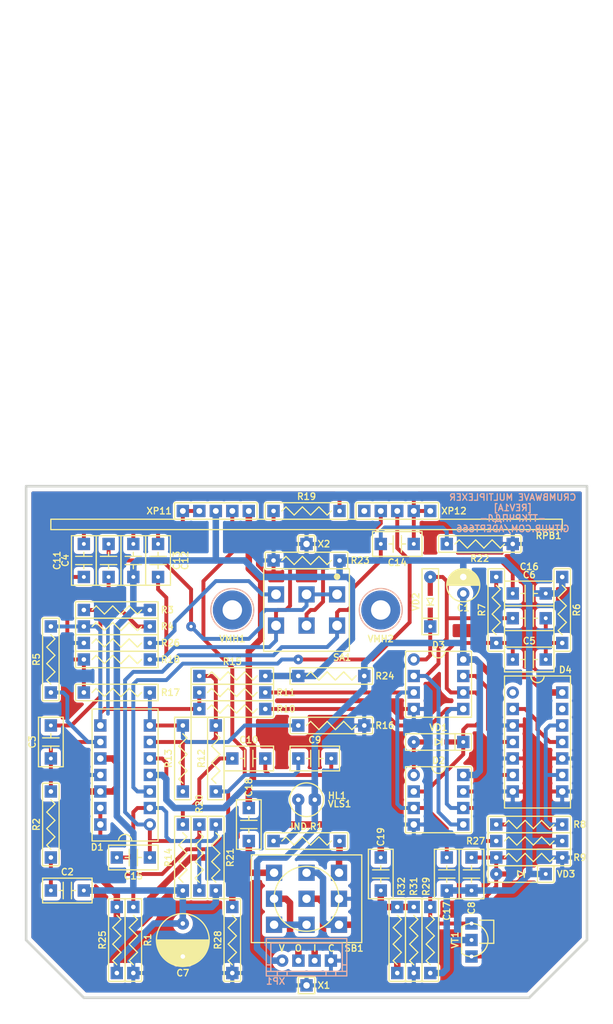
<source format=kicad_pcb>
(kicad_pcb (version 20171130) (host pcbnew 5.1.12-84ad8e8a86~92~ubuntu20.04.1)
  (title_block (title ТКП-1.32.A-1) (date 2024-12-14) (rev 1A) (company "Crumbwave Multiplexer [REV1A]") (comment 1 http://github.com/Adept666) (comment 2 "Igor Ivanov (Игорь Иванов)") (comment 3 -ТТКРЧПДЛ-) (comment 4 "This project is licensed under GNU General Public License v3.0 or later"))
  (layers (0 F.Cu jumper) (31 B.Cu signal) (36 B.SilkS user) (37 F.SilkS user) (38 B.Mask user) (39 F.Mask user) (44 Edge.Cuts user))
  (net 0 "")
  (net 1 COM)
  (net 2 "Net-(HL1-PadC)")
  (net 3 /LED)
  (net 4 VREF)
  (net 5 V)
  (net 6 /OUT-CIR)
  (net 7 /IN-CIR)
  (net 8 /IN-CON)
  (net 9 "Net-(SB1-PadNC1)")
  (net 10 /OUT-CON)
  (net 11 "Net-(D1-Pad8)")
  (net 12 "Net-(D1-Pad6)")
  (net 13 "Net-(D1-Pad7)")
  (net 14 "Net-(D2-Pad1)")
  (net 15 "Net-(D2-Pad6)")
  (net 16 "Net-(D3-Pad1)")
  (net 17 "Net-(D4-Pad13)")
  (net 18 "Net-(D4-Pad11)")
  (net 19 "Net-(D4-Pad1)")
  (net 20 "Net-(C5-Pad1)")
  (net 21 "Net-(C5-Pad2)")
  (net 22 "Net-(C6-Pad2)")
  (net 23 "Net-(C3-Pad1)")
  (net 24 "Net-(C3-Pad2)")
  (net 25 "Net-(C19-Pad1)")
  (net 26 "Net-(C19-Pad2)")
  (net 27 "Net-(C11-Pad1)")
  (net 28 "Net-(C11-Pad2)")
  (net 29 "Net-(C14-Pad2)")
  (net 30 "Net-(C15-Pad2)")
  (net 31 "Net-(C16-Pad1)")
  (net 32 "Net-(C10-Pad1)")
  (net 33 "Net-(C10-Pad2)")
  (net 34 "Net-(C8-Pad1)")
  (net 35 "Net-(VMH1-Pad0)")
  (net 36 "Net-(VMH2-Pad0)")
  (net 37 "Net-(C18-Pad1)")
  (net 38 /RANGE)
  (net 39 /RANGE-HIGH)
  (net 40 /SET)
  (net 41 /RESET)
  (net 42 "Net-(D4-Pad12)")
  (net 43 "Net-(C17-Pad1)")
  (net 44 "Net-(C2-Pad1)")
  (net 45 /DRY)
  (net 46 /WET)
  (net 47 /BF-IN)
  (net 48 /BF-OUT)
  (module KCL-VIRTUAL:VLS-BR (layer F.Cu) (at 105.41 173.99)
    (fp_text reference VLS1 (at 3.175 0.635) (layer F.SilkS) (effects (font (thickness 0.2)) (justify left)))
    (fp_text value BR-12.7)
  )
  (module KCL-TH-ML:CON-PAD-S-1.0-1.9 (layer F.Cu) (at 105.41 202.565)
    (fp_text reference X1 (at 1.5875 0) (layer F.SilkS) (effects (font (thickness 0.2)) (justify left)))
    (fp_text value COM)
    (pad 1 thru_hole rect (at 0 0) (size 1.9 1.9) (drill 1) (layers *.Cu *.Mask) (net 1 COM))
  )
  (module KCL-TH-ML:CON-PAD-S-1.0-1.9 (layer F.Cu) (at 105.41 134.62)
    (fp_text reference X2 (at 1.5875 0) (layer F.SilkS) (effects (font (thickness 0.2)) (justify left)))
    (fp_text value COM)
    (pad 1 thru_hole rect (at 0 0) (size 1.9 1.9) (drill 1) (layers *.Cu *.Mask) (net 1 COM))
  )
  (module SBKCL-TH-ML:P-SOD-123-OR-DO-35-V1 (layer F.Cu) (at 124.46 143.51 270)
    (fp_text reference VD2 (at 0 2.2225 90) (layer F.SilkS) (effects (font (thickness 0.2))))
    (fp_text value 4148)
    (pad A thru_hole circle (at -3.81 0 270) (size 1.9 1.9) (drill 0.6) (layers *.Cu *.Mask) (net 22 "Net-(C6-Pad2)"))
    (pad C thru_hole rect (at 3.81 0 270) (size 1.9 1.9) (drill 0.6) (layers *.Cu *.Mask) (net 16 "Net-(D3-Pad1)"))
    (pad C smd rect (at 2.355 0 270) (size 2.91 0.8) (layers F.Cu F.Mask) (net 16 "Net-(D3-Pad1)"))
    (pad A smd rect (at -2.355 0 270) (size 2.91 0.8) (layers F.Cu F.Mask) (net 22 "Net-(C6-Pad2)"))
  )
  (module SBKCL-TH-ML:P-SOD-123-OR-DO-35-V1 (layer F.Cu) (at 125.73 165.1)
    (fp_text reference VD1 (at 0 -2.2225) (layer F.SilkS) (effects (font (thickness 0.2))))
    (fp_text value 4148)
    (pad A thru_hole circle (at -3.81 0) (size 1.9 1.9) (drill 0.6) (layers *.Cu *.Mask) (net 14 "Net-(D2-Pad1)"))
    (pad C thru_hole rect (at 3.81 0) (size 1.9 1.9) (drill 0.6) (layers *.Cu *.Mask) (net 20 "Net-(C5-Pad1)"))
    (pad C smd rect (at 2.355 0) (size 2.91 0.8) (layers F.Cu F.Mask) (net 20 "Net-(C5-Pad1)"))
    (pad A smd rect (at -2.355 0) (size 2.91 0.8) (layers F.Cu F.Mask) (net 14 "Net-(D2-Pad1)"))
  )
  (module SBKCL-TH-ML:P-SOD-123-OR-DO-35-V1 (layer F.Cu) (at 138.43 185.42)
    (fp_text reference VD3 (at 5.3975 0) (layer F.SilkS) (effects (font (thickness 0.2)) (justify left)))
    (fp_text value 4148)
    (pad A thru_hole circle (at -3.81 0) (size 1.9 1.9) (drill 0.6) (layers *.Cu *.Mask) (net 34 "Net-(C8-Pad1)"))
    (pad C thru_hole rect (at 3.81 0) (size 1.9 1.9) (drill 0.6) (layers *.Cu *.Mask) (net 4 VREF))
    (pad C smd rect (at 2.355 0) (size 2.91 0.8) (layers F.Cu F.Mask) (net 4 VREF))
    (pad A smd rect (at -2.355 0) (size 2.91 0.8) (layers F.Cu F.Mask) (net 34 "Net-(C8-Pad1)"))
  )
  (module SBEL:1590BB2_A1 (layer F.Cu) (at 105.41 148.59)
    (fp_text reference VE1 hide)
    (fp_text value 1590BB2 hide)
  )
  (module SBKCL-VIRTUAL:XB-1590BB2-EXTENDED (layer F.Cu) (at 105.41 91.44)
    (fp_text reference XB1 hide)
    (fp_text value "1590BB2 Connector Board Extended" hide)
  )
  (module SBKCL-TH-ML:RPB-1590BB2-18-3x17-1.6-PNL-7.4-2.8 (layer F.Cu) (at 105.41 118.31)
    (fp_text reference RPB1 (at 39.37 15.04) (layer F.SilkS) (effects (font (thickness 0.2)) (justify right)))
    (fp_text value A100K-B100K-B100K)
    (fp_text user XP12 (at 20.6375 11.23) (layer F.SilkS) (effects (font (thickness 0.2)) (justify left)))
    (fp_text user XP11 (at -20.6375 11.23) (layer F.SilkS) (effects (font (thickness 0.2)) (justify right)))
    (pad 21 thru_hole rect (at -11.43 11.23) (size 1.9 1.9) (drill 0.9) (layers *.Cu *.Mask) (net 45 /DRY))
    (pad 13 thru_hole rect (at -19.05 11.23) (size 1.9 1.9) (drill 0.9) (layers *.Cu *.Mask) (net 28 "Net-(C11-Pad2)"))
    (pad 11 thru_hole rect (at -13.97 11.23) (size 1.9 1.9) (drill 0.9) (layers *.Cu *.Mask) (net 4 VREF))
    (pad 12 thru_hole rect (at -16.51 11.23) (size 1.9 1.9) (drill 0.9) (layers *.Cu *.Mask) (net 28 "Net-(C11-Pad2)"))
    (pad 22 thru_hole rect (at -8.89 11.23) (size 1.9 1.9) (drill 0.9) (layers *.Cu *.Mask) (net 37 "Net-(C18-Pad1)"))
    (pad 31 thru_hole rect (at 19.05 11.23) (size 1.9 1.9) (drill 0.9) (layers *.Cu *.Mask) (net 29 "Net-(C14-Pad2)"))
    (pad 32 thru_hole rect (at 16.51 11.23) (size 1.9 1.9) (drill 0.9) (layers *.Cu *.Mask) (net 29 "Net-(C14-Pad2)"))
    (pad 33 thru_hole rect (at 13.97 11.23) (size 1.9 1.9) (drill 0.9) (layers *.Cu *.Mask) (net 31 "Net-(C16-Pad1)"))
    (pad 23 thru_hole rect (at 11.43 11.23) (size 1.9 1.9) (drill 0.9) (layers *.Cu *.Mask) (net 46 /WET))
    (pad 22 thru_hole rect (at 8.89 11.23) (size 1.9 1.9) (drill 0.9) (layers *.Cu *.Mask) (net 37 "Net-(C18-Pad1)"))
  )
  (module KCL-TH-ML:VMH-STA-DA5-PNL-3.0 (layer F.Cu) (at 93.98 144.78)
    (fp_text reference VMH1 (at 0 4.445) (layer F.SilkS) (effects (font (thickness 0.2))))
    (fp_text value DI5M3x18)
    (pad 0 thru_hole circle (at 0 0) (size 6 6) (drill 3) (layers *.Cu *.Mask) (net 35 "Net-(VMH1-Pad0)"))
  )
  (module KCL-TH-ML:VMH-STA-DA5-PNL-3.0 (layer F.Cu) (at 116.84 144.78)
    (fp_text reference VMH2 (at 0 4.445) (layer F.SilkS) (effects (font (thickness 0.2))))
    (fp_text value DI5M3x18)
    (pad 0 thru_hole circle (at 0 0) (size 6 6) (drill 3) (layers *.Cu *.Mask) (net 36 "Net-(VMH2-Pad0)"))
  )
  (module KCL-TH-ML:SW-MTS-202-A2-2.5-PNL-6.0 (layer F.Cu) (at 105.41 144.78 270)
    (fp_text reference SA1 (at 7.3025 -6.985) (layer F.SilkS) (effects (font (thickness 0.2)) (justify right)))
    (fp_text value MTS-202-A2)
    (pad COM2 thru_hole rect (at 2.4 0 270) (size 2.5 2.5) (drill 1.5) (layers *.Cu *.Mask) (net 46 /WET))
    (pad NC2 thru_hole rect (at 2.4 -4.7 270) (size 2.5 2.5) (drill 1.5) (layers *.Cu *.Mask) (net 48 /BF-OUT))
    (pad NO2 thru_hole rect (at 2.4 4.7 270) (size 2.5 2.5) (drill 1.5) (layers *.Cu *.Mask) (net 47 /BF-IN))
    (pad NC1 thru_hole rect (at -2.4 -4.7 270) (size 2.5 2.5) (drill 1.5) (layers *.Cu *.Mask) (net 38 /RANGE))
    (pad COM1 thru_hole rect (at -2.4 0 270) (size 2.5 2.5) (drill 1.5) (layers *.Cu *.Mask) (net 38 /RANGE))
    (pad NO1 thru_hole rect (at -2.4 4.7 270) (size 2.5 2.5) (drill 1.5) (layers *.Cu *.Mask) (net 39 /RANGE-HIGH))
  )
  (module KCL-TH-ML:SW-PBS-24-302SP-2.5-PNL-13.0 (layer F.Cu) (at 105.41 189.23)
    (fp_text reference SB1 (at 8.89 7.62) (layer F.SilkS) (effects (font (thickness 0.2)) (justify right)))
    (fp_text value PBS-24-302SP)
    (pad COM3 thru_hole rect (at 5 0) (size 2.5 2.5) (drill 1.3) (layers *.Cu *.Mask) (net 1 COM))
    (pad NC3 thru_hole rect (at 5 4) (size 2.5 2.5) (drill 1.3) (layers *.Cu *.Mask) (net 7 /IN-CIR))
    (pad NO3 thru_hole rect (at 5 -4) (size 2.5 2.5) (drill 1.3) (layers *.Cu *.Mask) (net 3 /LED))
    (pad COM2 thru_hole rect (at 0 0) (size 2.5 2.5) (drill 1.3) (layers *.Cu *.Mask) (net 8 /IN-CON))
    (pad NC2 thru_hole rect (at 0 4) (size 2.5 2.5) (drill 1.3) (layers *.Cu *.Mask) (net 9 "Net-(SB1-PadNC1)"))
    (pad NO2 thru_hole rect (at 0 -4) (size 2.5 2.5) (drill 1.3) (layers *.Cu *.Mask) (net 7 /IN-CIR))
    (pad NO1 thru_hole rect (at -5 -4) (size 2.5 2.5) (drill 1.3) (layers *.Cu *.Mask) (net 6 /OUT-CIR))
    (pad COM1 thru_hole rect (at -5 0) (size 2.5 2.5) (drill 1.3) (layers *.Cu *.Mask) (net 10 /OUT-CON))
    (pad NC1 thru_hole rect (at -5 4) (size 2.5 2.5) (drill 1.3) (layers *.Cu *.Mask) (net 9 "Net-(SB1-PadNC1)"))
  )
  (module KCL-TH-ML:R-MFR-25 (layer F.Cu) (at 105.41 137.16)
    (fp_text reference R23 (at 6.6675 0) (layer F.SilkS) (effects (font (thickness 0.2)) (justify left)))
    (fp_text value 153)
    (pad 1 thru_hole rect (at -5.08 0) (size 1.9 1.9) (drill 0.7) (layers *.Cu *.Mask) (net 1 COM))
    (pad 2 thru_hole rect (at 5.08 0) (size 1.9 1.9) (drill 0.7) (layers *.Cu *.Mask) (net 4 VREF))
  )
  (module KCL-TH-ML:R-MFR-25 (layer F.Cu) (at 109.22 154.94)
    (fp_text reference R24 (at 6.6675 0) (layer F.SilkS) (effects (font (thickness 0.2)) (justify left)))
    (fp_text value 153)
    (pad 1 thru_hole rect (at -5.08 0) (size 1.9 1.9) (drill 0.7) (layers *.Cu *.Mask) (net 4 VREF))
    (pad 2 thru_hole rect (at 5.08 0) (size 1.9 1.9) (drill 0.7) (layers *.Cu *.Mask) (net 5 V))
  )
  (module KCL-TH-ML:R-MFR-25 (layer F.Cu) (at 105.41 180.34 180)
    (fp_text reference IND.R1 (at 0 2.2225) (layer F.SilkS) (effects (font (thickness 0.2))))
    (fp_text value 472)
    (pad 1 thru_hole rect (at -5.08 0 180) (size 1.9 1.9) (drill 0.7) (layers *.Cu *.Mask) (net 3 /LED))
    (pad 2 thru_hole rect (at 5.08 0 180) (size 1.9 1.9) (drill 0.7) (layers *.Cu *.Mask) (net 2 "Net-(HL1-PadC)"))
  )
  (module KCL-TH-ML:R-MFR-25 (layer F.Cu) (at 119.38 195.58 90)
    (fp_text reference R32 (at 6.6675 0.635 90) (layer F.SilkS) (effects (font (thickness 0.2)) (justify left)))
    (fp_text value 102)
    (pad 1 thru_hole rect (at -5.08 0 90) (size 1.9 1.9) (drill 0.7) (layers *.Cu *.Mask) (net 7 /IN-CIR))
    (pad 2 thru_hole rect (at 5.08 0 90) (size 1.9 1.9) (drill 0.7) (layers *.Cu *.Mask) (net 25 "Net-(C19-Pad1)"))
  )
  (module KCL-TH-ML:R-MFR-25 (layer F.Cu) (at 121.92 195.58 90)
    (fp_text reference R31 (at 6.6675 0 90) (layer F.SilkS) (effects (font (thickness 0.2)) (justify left)))
    (fp_text value 225)
    (pad 1 thru_hole rect (at -5.08 0 90) (size 1.9 1.9) (drill 0.7) (layers *.Cu *.Mask) (net 1 COM))
    (pad 2 thru_hole rect (at 5.08 0 90) (size 1.9 1.9) (drill 0.7) (layers *.Cu *.Mask) (net 25 "Net-(C19-Pad1)"))
  )
  (module KCL-TH-ML:R-MFR-25 (layer F.Cu) (at 93.98 195.58 90)
    (fp_text reference R28 (at 0 -2.2225 90) (layer F.SilkS) (effects (font (thickness 0.2))))
    (fp_text value 225)
    (pad 1 thru_hole rect (at -5.08 0 90) (size 1.9 1.9) (drill 0.7) (layers *.Cu *.Mask) (net 1 COM))
    (pad 2 thru_hole rect (at 5.08 0 90) (size 1.9 1.9) (drill 0.7) (layers *.Cu *.Mask) (net 6 /OUT-CIR))
  )
  (module KCL-TH-ML:C-DISK-D04.2-T03.0-P05.08-d0.5 (layer F.Cu) (at 96.52 177.8 270)
    (fp_text reference C18 (at -4.1275 0 270) (layer F.SilkS) (effects (font (thickness 0.2)) (justify left)))
    (fp_text value 104)
    (pad 2 thru_hole rect (at 2.54 0 270) (size 1.9 1.9) (drill 0.6) (layers *.Cu *.Mask) (net 6 /OUT-CIR))
    (pad 1 thru_hole rect (at -2.54 0 270) (size 1.9 1.9) (drill 0.6) (layers *.Cu *.Mask) (net 37 "Net-(C18-Pad1)"))
  )
  (module SBKCL-TH-ML:P-SOT-23-D-S-G-OR-TO-92-D-S-G (layer F.Cu) (at 130.81 195.58 270)
    (fp_text reference VT1 (at 0 2.54 90) (layer F.SilkS) (effects (font (thickness 0.2))))
    (fp_text value 5457)
    (pad G smd rect (at -1.27 -2.37 270) (size 1 1.4) (layers F.Cu F.Mask) (net 34 "Net-(C8-Pad1)"))
    (pad G thru_hole rect (at 2.54 0 270) (size 1.9 1.9) (drill 0.6) (layers *.Cu *.Mask) (net 34 "Net-(C8-Pad1)"))
    (pad S thru_hole rect (at 0 0 270) (size 1.9 1.9) (drill 0.6) (layers *.Cu *.Mask) (net 4 VREF))
    (pad D thru_hole rect (at -2.54 0 270) (size 1.9 1.9) (drill 0.6) (layers *.Cu *.Mask) (net 32 "Net-(C10-Pad1)"))
  )
  (module KCL-TH-ML:R-MFR-25 (layer F.Cu) (at 139.7 182.88 180)
    (fp_text reference R9 (at -6.6675 0 180) (layer F.SilkS) (effects (font (thickness 0.2)) (justify left)))
    (fp_text value 273)
    (pad 1 thru_hole rect (at -5.08 0 180) (size 1.9 1.9) (drill 0.7) (layers *.Cu *.Mask) (net 1 COM))
    (pad 2 thru_hole rect (at 5.08 0 180) (size 1.9 1.9) (drill 0.7) (layers *.Cu *.Mask) (net 34 "Net-(C8-Pad1)"))
  )
  (module KCL-TH-ML:R-MFR-25 (layer F.Cu) (at 139.7 177.8)
    (fp_text reference R8 (at 6.6675 0) (layer F.SilkS) (effects (font (thickness 0.2)) (justify left)))
    (fp_text value 273)
    (pad 1 thru_hole rect (at -5.08 0) (size 1.9 1.9) (drill 0.7) (layers *.Cu *.Mask) (net 34 "Net-(C8-Pad1)"))
    (pad 2 thru_hole rect (at 5.08 0) (size 1.9 1.9) (drill 0.7) (layers *.Cu *.Mask) (net 42 "Net-(D4-Pad12)"))
  )
  (module KCL-TH-ML:C-DISK-D04.2-T03.0-P05.08-d0.5 (layer F.Cu) (at 130.81 185.42 270)
    (fp_text reference C8 (at 4.1275 0 270) (layer F.SilkS) (effects (font (thickness 0.2)) (justify right)))
    (fp_text value 223)
    (pad 1 thru_hole rect (at -2.54 0 270) (size 1.9 1.9) (drill 0.6) (layers *.Cu *.Mask) (net 34 "Net-(C8-Pad1)"))
    (pad 2 thru_hole rect (at 2.54 0 270) (size 1.9 1.9) (drill 0.6) (layers *.Cu *.Mask) (net 4 VREF))
  )
  (module KCL-TH-ML:R-MFR-25 (layer F.Cu) (at 124.46 195.58 90)
    (fp_text reference R29 (at 6.6675 -0.635 90) (layer F.SilkS) (effects (font (thickness 0.2)) (justify left)))
    (fp_text value 154)
    (pad 1 thru_hole rect (at -5.08 0 90) (size 1.9 1.9) (drill 0.7) (layers *.Cu *.Mask) (net 4 VREF))
    (pad 2 thru_hole rect (at 5.08 0 90) (size 1.9 1.9) (drill 0.7) (layers *.Cu *.Mask) (net 32 "Net-(C10-Pad1)"))
  )
  (module KCL-TH-ML:R-MFR-25 (layer F.Cu) (at 86.36 182.88 90)
    (fp_text reference R14 (at 0 -2.2225 90) (layer F.SilkS) (effects (font (thickness 0.2))))
    (fp_text value 104)
    (pad 1 thru_hole rect (at -5.08 0 90) (size 1.9 1.9) (drill 0.7) (layers *.Cu *.Mask) (net 4 VREF))
    (pad 2 thru_hole rect (at 5.08 0 90) (size 1.9 1.9) (drill 0.7) (layers *.Cu *.Mask) (net 33 "Net-(C10-Pad2)"))
  )
  (module KCL-TH-ML:R-MFR-25 (layer F.Cu) (at 91.44 167.64 90)
    (fp_text reference R12 (at 0 -2.2225 90) (layer F.SilkS) (effects (font (thickness 0.2))))
    (fp_text value 103)
    (pad 1 thru_hole rect (at -5.08 0 90) (size 1.9 1.9) (drill 0.7) (layers *.Cu *.Mask) (net 45 /DRY))
    (pad 2 thru_hole rect (at 5.08 0 90) (size 1.9 1.9) (drill 0.7) (layers *.Cu *.Mask) (net 12 "Net-(D1-Pad6)"))
  )
  (module KCL-TH-ML:C-DISK-D04.2-T03.0-P05.08-d0.5 (layer F.Cu) (at 96.52 167.64 180)
    (fp_text reference C10 (at 0 2.8575) (layer F.SilkS) (effects (font (thickness 0.2))))
    (fp_text value 104)
    (pad 1 thru_hole rect (at -2.54 0 180) (size 1.9 1.9) (drill 0.6) (layers *.Cu *.Mask) (net 32 "Net-(C10-Pad1)"))
    (pad 2 thru_hole rect (at 2.54 0 180) (size 1.9 1.9) (drill 0.6) (layers *.Cu *.Mask) (net 33 "Net-(C10-Pad2)"))
  )
  (module KCL-TH-ML:C-DISK-D04.2-T03.0-P05.08-d0.5 (layer F.Cu) (at 106.68 167.64)
    (fp_text reference C9 (at 0 -2.8575) (layer F.SilkS) (effects (font (thickness 0.2))))
    (fp_text value 104)
    (pad 1 thru_hole rect (at -2.54 0) (size 1.9 1.9) (drill 0.6) (layers *.Cu *.Mask) (net 45 /DRY))
    (pad 2 thru_hole rect (at 2.54 0) (size 1.9 1.9) (drill 0.6) (layers *.Cu *.Mask) (net 32 "Net-(C10-Pad1)"))
  )
  (module KCL-TH-ML:R-MFR-25 (layer F.Cu) (at 109.22 162.56 180)
    (fp_text reference R16 (at -6.6675 0 180) (layer F.SilkS) (effects (font (thickness 0.2)) (justify left)))
    (fp_text value 103)
    (pad 1 thru_hole rect (at -5.08 0 180) (size 1.9 1.9) (drill 0.7) (layers *.Cu *.Mask) (net 1 COM))
    (pad 2 thru_hole rect (at 5.08 0 180) (size 1.9 1.9) (drill 0.7) (layers *.Cu *.Mask) (net 13 "Net-(D1-Pad7)"))
  )
  (module KCL-TH-ML:R-MFR-25 (layer F.Cu) (at 93.98 154.94 180)
    (fp_text reference R15 (at 0 2.2225) (layer F.SilkS) (effects (font (thickness 0.2))))
    (fp_text value 273)
    (pad 1 thru_hole rect (at -5.08 0 180) (size 1.9 1.9) (drill 0.7) (layers *.Cu *.Mask) (net 4 VREF))
    (pad 2 thru_hole rect (at 5.08 0 180) (size 1.9 1.9) (drill 0.7) (layers *.Cu *.Mask) (net 12 "Net-(D1-Pad6)"))
  )
  (module KCL-TH-ML:R-MFR-25 (layer F.Cu) (at 86.36 167.64 90)
    (fp_text reference R13 (at 0 -2.2225 90) (layer F.SilkS) (effects (font (thickness 0.2))))
    (fp_text value 153)
    (pad 1 thru_hole rect (at -5.08 0 90) (size 1.9 1.9) (drill 0.7) (layers *.Cu *.Mask) (net 12 "Net-(D1-Pad6)"))
    (pad 2 thru_hole rect (at 5.08 0 90) (size 1.9 1.9) (drill 0.7) (layers *.Cu *.Mask) (net 13 "Net-(D1-Pad7)"))
  )
  (module KCL-TH-ML:P-DIP-14 (layer F.Cu) (at 77.47 170.18 180)
    (fp_text reference D1 (at 5.3975 -11.1125 180) (layer F.SilkS) (effects (font (thickness 0.2)) (justify left)))
    (fp_text value 324)
    (pad 1 thru_hole circle (at -3.81 -7.62 180) (size 1.9 1.9) (drill 1) (layers *.Cu *.Mask) (net 48 /BF-OUT))
    (pad 2 thru_hole rect (at -3.81 -5.08 180) (size 1.9 1.9) (drill 1) (layers *.Cu *.Mask) (net 30 "Net-(C15-Pad2)"))
    (pad 3 thru_hole rect (at -3.81 -2.54 180) (size 1.9 1.9) (drill 1) (layers *.Cu *.Mask) (net 31 "Net-(C16-Pad1)"))
    (pad 4 thru_hole rect (at -3.81 0 180) (size 1.9 1.9) (drill 1) (layers *.Cu *.Mask) (net 5 V))
    (pad 11 thru_hole rect (at 3.81 0 180) (size 1.9 1.9) (drill 1) (layers *.Cu *.Mask) (net 1 COM))
    (pad 12 thru_hole rect (at 3.81 -2.54 180) (size 1.9 1.9) (drill 1) (layers *.Cu *.Mask) (net 26 "Net-(C19-Pad2)"))
    (pad 13 thru_hole rect (at 3.81 -5.08 180) (size 1.9 1.9) (drill 1) (layers *.Cu *.Mask) (net 45 /DRY))
    (pad 14 thru_hole rect (at 3.81 -7.62 180) (size 1.9 1.9) (drill 1) (layers *.Cu *.Mask) (net 45 /DRY))
    (pad 5 thru_hole rect (at -3.81 2.54 180) (size 1.9 1.9) (drill 1) (layers *.Cu *.Mask) (net 33 "Net-(C10-Pad2)"))
    (pad 7 thru_hole rect (at -3.81 7.62 180) (size 1.9 1.9) (drill 1) (layers *.Cu *.Mask) (net 13 "Net-(D1-Pad7)"))
    (pad 6 thru_hole rect (at -3.81 5.08 180) (size 1.9 1.9) (drill 1) (layers *.Cu *.Mask) (net 12 "Net-(D1-Pad6)"))
    (pad 9 thru_hole rect (at 3.81 5.08 180) (size 1.9 1.9) (drill 1) (layers *.Cu *.Mask) (net 23 "Net-(C3-Pad1)"))
    (pad 10 thru_hole rect (at 3.81 2.54 180) (size 1.9 1.9) (drill 1) (layers *.Cu *.Mask) (net 26 "Net-(C19-Pad2)"))
    (pad 8 thru_hole rect (at 3.81 7.62 180) (size 1.9 1.9) (drill 1) (layers *.Cu *.Mask) (net 11 "Net-(D1-Pad8)"))
  )
  (module KCL-TH-ML:R-MFR-25 (layer F.Cu) (at 132.08 134.62 180)
    (fp_text reference R22 (at 0 -2.2225) (layer F.SilkS) (effects (font (thickness 0.2))))
    (fp_text value 103)
    (pad 1 thru_hole rect (at -5.08 0 180) (size 1.9 1.9) (drill 0.7) (layers *.Cu *.Mask) (net 1 COM))
    (pad 2 thru_hole rect (at 5.08 0 180) (size 1.9 1.9) (drill 0.7) (layers *.Cu *.Mask) (net 48 /BF-OUT))
  )
  (module KCL-TH-ML:R-MFR-25 (layer F.Cu) (at 91.44 182.88 90)
    (fp_text reference R21 (at 0 2.2225 90) (layer F.SilkS) (effects (font (thickness 0.2))))
    (fp_text value 473)
    (pad 1 thru_hole rect (at -5.08 0 90) (size 1.9 1.9) (drill 0.7) (layers *.Cu *.Mask) (net 4 VREF))
    (pad 2 thru_hole rect (at 5.08 0 90) (size 1.9 1.9) (drill 0.7) (layers *.Cu *.Mask) (net 30 "Net-(C15-Pad2)"))
  )
  (module KCL-TH-ML:R-MFR-25 (layer F.Cu) (at 88.9 182.88 90)
    (fp_text reference R20 (at 6.6675 0 90) (layer F.SilkS) (effects (font (thickness 0.2)) (justify left)))
    (fp_text value 473)
    (pad 2 thru_hole rect (at 5.08 0 90) (size 1.9 1.9) (drill 0.7) (layers *.Cu *.Mask) (net 48 /BF-OUT))
    (pad 1 thru_hole rect (at -5.08 0 90) (size 1.9 1.9) (drill 0.7) (layers *.Cu *.Mask) (net 30 "Net-(C15-Pad2)"))
  )
  (module KCL-TH-ML:R-MFR-25 (layer F.Cu) (at 105.41 129.54)
    (fp_text reference R19 (at 0 -2.2225) (layer F.SilkS) (effects (font (thickness 0.2))))
    (fp_text value 183)
    (pad 2 thru_hole rect (at 5.08 0) (size 1.9 1.9) (drill 0.7) (layers *.Cu *.Mask) (net 29 "Net-(C14-Pad2)"))
    (pad 1 thru_hole rect (at -5.08 0) (size 1.9 1.9) (drill 0.7) (layers *.Cu *.Mask) (net 47 /BF-IN))
  )
  (module KCL-TH-ML:R-MFR-25 (layer F.Cu) (at 76.2 152.4)
    (fp_text reference R18 (at 6.6675 0) (layer F.SilkS) (effects (font (thickness 0.2)) (justify left)))
    (fp_text value 472)
    (pad 1 thru_hole rect (at -5.08 0) (size 1.9 1.9) (drill 0.7) (layers *.Cu *.Mask) (net 27 "Net-(C11-Pad1)"))
    (pad 2 thru_hole rect (at 5.08 0) (size 1.9 1.9) (drill 0.7) (layers *.Cu *.Mask) (net 47 /BF-IN))
  )
  (module KCL-TH-ML:R-MFR-25 (layer F.Cu) (at 76.2 157.48 180)
    (fp_text reference R17 (at -6.6675 0 180) (layer F.SilkS) (effects (font (thickness 0.2)) (justify left)))
    (fp_text value 472)
    (pad 1 thru_hole rect (at -5.08 0 180) (size 1.9 1.9) (drill 0.7) (layers *.Cu *.Mask) (net 13 "Net-(D1-Pad7)"))
    (pad 2 thru_hole rect (at 5.08 0 180) (size 1.9 1.9) (drill 0.7) (layers *.Cu *.Mask) (net 27 "Net-(C11-Pad1)"))
  )
  (module KCL-TH-ML:C-DISK-D04.2-T03.0-P05.08-d0.5 (layer F.Cu) (at 139.7 142.24)
    (fp_text reference C16 (at 0 -4.1275) (layer F.SilkS) (effects (font (thickness 0.2))))
    (fp_text value 223)
    (pad 1 thru_hole rect (at -2.54 0) (size 1.9 1.9) (drill 0.6) (layers *.Cu *.Mask) (net 31 "Net-(C16-Pad1)"))
    (pad 2 thru_hole rect (at 2.54 0) (size 1.9 1.9) (drill 0.6) (layers *.Cu *.Mask) (net 4 VREF))
  )
  (module KCL-TH-ML:C-DISK-D04.2-T03.0-P05.08-d0.5 (layer F.Cu) (at 78.74 182.88 180)
    (fp_text reference C15 (at 0 -2.8575) (layer F.SilkS) (effects (font (thickness 0.2))))
    (fp_text value 223)
    (pad 1 thru_hole rect (at -2.54 0 180) (size 1.9 1.9) (drill 0.6) (layers *.Cu *.Mask) (net 48 /BF-OUT))
    (pad 2 thru_hole rect (at 2.54 0 180) (size 1.9 1.9) (drill 0.6) (layers *.Cu *.Mask) (net 30 "Net-(C15-Pad2)"))
  )
  (module KCL-TH-ML:C-DISK-D04.2-T03.0-P05.08-d0.5 (layer F.Cu) (at 119.38 134.62)
    (fp_text reference C14 (at 0 2.8575) (layer F.SilkS) (effects (font (thickness 0.2))))
    (fp_text value 473)
    (pad 1 thru_hole rect (at -2.54 0) (size 1.9 1.9) (drill 0.6) (layers *.Cu *.Mask) (net 48 /BF-OUT))
    (pad 2 thru_hole rect (at 2.54 0) (size 1.9 1.9) (drill 0.6) (layers *.Cu *.Mask) (net 29 "Net-(C14-Pad2)"))
  )
  (module KCL-TH-ML:C-DISK-D04.2-T03.0-P05.08-d0.5 (layer F.Cu) (at 78.74 137.16 270)
    (fp_text reference C13 (at 0 -6.6675 90) (layer F.SilkS) (effects (font (thickness 0.2))))
    (fp_text value 223)
    (pad 1 thru_hole rect (at -2.54 0 270) (size 1.9 1.9) (drill 0.6) (layers *.Cu *.Mask) (net 28 "Net-(C11-Pad2)"))
    (pad 2 thru_hole rect (at 2.54 0 270) (size 1.9 1.9) (drill 0.6) (layers *.Cu *.Mask) (net 4 VREF))
  )
  (module KCL-TH-ML:C-DISK-D04.2-T03.0-P05.08-d0.5 (layer F.Cu) (at 82.55 137.16 90)
    (fp_text reference C12 (at 0 4.1275 90) (layer F.SilkS) (effects (font (thickness 0.2))))
    (fp_text value 154)
    (pad 1 thru_hole rect (at -2.54 0 90) (size 1.9 1.9) (drill 0.6) (layers *.Cu *.Mask) (net 47 /BF-IN))
    (pad 2 thru_hole rect (at 2.54 0 90) (size 1.9 1.9) (drill 0.6) (layers *.Cu *.Mask) (net 28 "Net-(C11-Pad2)"))
  )
  (module KCL-TH-ML:C-DISK-D04.2-T03.0-P05.08-d0.5 (layer F.Cu) (at 71.12 137.16 90)
    (fp_text reference C11 (at 0 -4.1275 90) (layer F.SilkS) (effects (font (thickness 0.2))))
    (fp_text value 154)
    (pad 2 thru_hole rect (at 2.54 0 90) (size 1.9 1.9) (drill 0.6) (layers *.Cu *.Mask) (net 28 "Net-(C11-Pad2)"))
    (pad 1 thru_hole rect (at -2.54 0 90) (size 1.9 1.9) (drill 0.6) (layers *.Cu *.Mask) (net 27 "Net-(C11-Pad1)"))
  )
  (module KCL-TH-ML:R-MFR-25 (layer F.Cu) (at 78.74 195.58 90)
    (fp_text reference R1 (at 0 2.2225 90) (layer F.SilkS) (effects (font (thickness 0.2))))
    (fp_text value 103)
    (pad 1 thru_hole rect (at -5.08 0 90) (size 1.9 1.9) (drill 0.7) (layers *.Cu *.Mask) (net 1 COM))
    (pad 2 thru_hole rect (at 5.08 0 90) (size 1.9 1.9) (drill 0.7) (layers *.Cu *.Mask) (net 45 /DRY))
  )
  (module KCL-TH-ML:R-MFR-25 (layer F.Cu) (at 76.2 195.58 90)
    (fp_text reference R25 (at 0 -2.2225 90) (layer F.SilkS) (effects (font (thickness 0.2))))
    (fp_text value 104)
    (pad 1 thru_hole rect (at -5.08 0 90) (size 1.9 1.9) (drill 0.7) (layers *.Cu *.Mask) (net 4 VREF))
    (pad 2 thru_hole rect (at 5.08 0 90) (size 1.9 1.9) (drill 0.7) (layers *.Cu *.Mask) (net 26 "Net-(C19-Pad2)"))
  )
  (module KCL-TH-ML:C-DISK-D04.2-T03.0-P05.08-d0.5 (layer F.Cu) (at 116.84 185.42 90)
    (fp_text reference C19 (at 4.1275 0 90) (layer F.SilkS) (effects (font (thickness 0.2)) (justify left)))
    (fp_text value 104)
    (pad 1 thru_hole rect (at -2.54 0 90) (size 1.9 1.9) (drill 0.6) (layers *.Cu *.Mask) (net 25 "Net-(C19-Pad1)"))
    (pad 2 thru_hole rect (at 2.54 0 90) (size 1.9 1.9) (drill 0.6) (layers *.Cu *.Mask) (net 26 "Net-(C19-Pad2)"))
  )
  (module KCL-TH-ML:R-MFR-25 (layer F.Cu) (at 76.2 149.86)
    (fp_text reference R26 (at 6.6675 0) (layer F.SilkS) (effects (font (thickness 0.2)) (justify left)))
    (fp_text value 681)
    (pad 1 thru_hole rect (at -5.08 0) (size 1.9 1.9) (drill 0.7) (layers *.Cu *.Mask) (net 1 COM))
    (pad 2 thru_hole rect (at 5.08 0) (size 1.9 1.9) (drill 0.7) (layers *.Cu *.Mask) (net 39 /RANGE-HIGH))
  )
  (module KCL-TH-ML:R-MFR-25 (layer F.Cu) (at 66.04 152.4 90)
    (fp_text reference R5 (at 0 -2.2225 90) (layer F.SilkS) (effects (font (thickness 0.2))))
    (fp_text value 334)
    (pad 1 thru_hole rect (at -5.08 0 90) (size 1.9 1.9) (drill 0.7) (layers *.Cu *.Mask) (net 23 "Net-(C3-Pad1)"))
    (pad 2 thru_hole rect (at 5.08 0 90) (size 1.9 1.9) (drill 0.7) (layers *.Cu *.Mask) (net 11 "Net-(D1-Pad8)"))
  )
  (module KCL-TH-ML:R-MFR-25 (layer F.Cu) (at 76.2 147.32 180)
    (fp_text reference R4 (at -6.6675 0 180) (layer F.SilkS) (effects (font (thickness 0.2)) (justify left)))
    (fp_text value 153)
    (pad 1 thru_hole rect (at -5.08 0 180) (size 1.9 1.9) (drill 0.7) (layers *.Cu *.Mask) (net 38 /RANGE))
    (pad 2 thru_hole rect (at 5.08 0 180) (size 1.9 1.9) (drill 0.7) (layers *.Cu *.Mask) (net 11 "Net-(D1-Pad8)"))
  )
  (module KCL-TH-ML:R-MFR-25 (layer F.Cu) (at 76.2 144.78 180)
    (fp_text reference R3 (at -6.6675 0 180) (layer F.SilkS) (effects (font (thickness 0.2)) (justify left)))
    (fp_text value 183)
    (pad 1 thru_hole rect (at -5.08 0 180) (size 1.9 1.9) (drill 0.7) (layers *.Cu *.Mask) (net 4 VREF))
    (pad 2 thru_hole rect (at 5.08 0 180) (size 1.9 1.9) (drill 0.7) (layers *.Cu *.Mask) (net 24 "Net-(C3-Pad2)"))
  )
  (module KCL-TH-ML:R-MFR-25 (layer F.Cu) (at 66.04 177.8 90)
    (fp_text reference R2 (at 0 -2.2225 90) (layer F.SilkS) (effects (font (thickness 0.2))))
    (fp_text value 104)
    (pad 1 thru_hole rect (at -5.08 0 90) (size 1.9 1.9) (drill 0.7) (layers *.Cu *.Mask) (net 44 "Net-(C2-Pad1)"))
    (pad 2 thru_hole rect (at 5.08 0 90) (size 1.9 1.9) (drill 0.7) (layers *.Cu *.Mask) (net 23 "Net-(C3-Pad1)"))
  )
  (module KCL-TH-ML:C-DISK-D04.2-T03.0-P05.08-d0.5 (layer F.Cu) (at 127 185.42 270)
    (fp_text reference C17 (at 4.1275 0 270) (layer F.SilkS) (effects (font (thickness 0.2)) (justify right)))
    (fp_text value 223)
    (pad 2 thru_hole rect (at 2.54 0 270) (size 1.9 1.9) (drill 0.6) (layers *.Cu *.Mask) (net 4 VREF))
    (pad 1 thru_hole rect (at -2.54 0 270) (size 1.9 1.9) (drill 0.6) (layers *.Cu *.Mask) (net 43 "Net-(C17-Pad1)"))
  )
  (module KCL-TH-ML:C-DISK-D04.2-T03.0-P05.08-d0.5 (layer F.Cu) (at 74.93 137.16 90)
    (fp_text reference C4 (at 0 -6.6675 90) (layer F.SilkS) (effects (font (thickness 0.2))))
    (fp_text value 223)
    (pad 1 thru_hole rect (at -2.54 0 90) (size 1.9 1.9) (drill 0.6) (layers *.Cu *.Mask) (net 24 "Net-(C3-Pad2)"))
    (pad 2 thru_hole rect (at 2.54 0 90) (size 1.9 1.9) (drill 0.6) (layers *.Cu *.Mask) (net 38 /RANGE))
  )
  (module KCL-TH-ML:C-DISK-D04.2-T03.0-P05.08-d0.5 (layer F.Cu) (at 66.04 165.1 90)
    (fp_text reference C3 (at 0 -2.8575 90) (layer F.SilkS) (effects (font (thickness 0.2))))
    (fp_text value 223)
    (pad 1 thru_hole rect (at -2.54 0 90) (size 1.9 1.9) (drill 0.6) (layers *.Cu *.Mask) (net 23 "Net-(C3-Pad1)"))
    (pad 2 thru_hole rect (at 2.54 0 90) (size 1.9 1.9) (drill 0.6) (layers *.Cu *.Mask) (net 24 "Net-(C3-Pad2)"))
  )
  (module KCL-TH-ML:C-DISK-D04.2-T03.0-P05.08-d0.5 (layer F.Cu) (at 68.58 187.96)
    (fp_text reference C2 (at 0 -2.8575) (layer F.SilkS) (effects (font (thickness 0.2))))
    (fp_text value 104)
    (pad 1 thru_hole rect (at -2.54 0) (size 1.9 1.9) (drill 0.6) (layers *.Cu *.Mask) (net 44 "Net-(C2-Pad1)"))
    (pad 2 thru_hole rect (at 2.54 0) (size 1.9 1.9) (drill 0.6) (layers *.Cu *.Mask) (net 4 VREF))
  )
  (module KCL-TH-ML:R-MFR-25 (layer F.Cu) (at 139.7 180.34 180)
    (fp_text reference R27 (at 6.6675 0 180) (layer F.SilkS) (effects (font (thickness 0.2)) (justify right)))
    (fp_text value 104)
    (pad 1 thru_hole rect (at -5.08 0 180) (size 1.9 1.9) (drill 0.7) (layers *.Cu *.Mask) (net 4 VREF))
    (pad 2 thru_hole rect (at 5.08 0 180) (size 1.9 1.9) (drill 0.7) (layers *.Cu *.Mask) (net 15 "Net-(D2-Pad6)"))
  )
  (module KCL-TH-ML:R-MFR-25 (layer F.Cu) (at 93.98 157.48 180)
    (fp_text reference R11 (at -6.6675 0 180) (layer F.SilkS) (effects (font (thickness 0.2)) (justify left)))
    (fp_text value 103)
    (pad 2 thru_hole rect (at 5.08 0 180) (size 1.9 1.9) (drill 0.7) (layers *.Cu *.Mask) (net 11 "Net-(D1-Pad8)"))
    (pad 1 thru_hole rect (at -5.08 0 180) (size 1.9 1.9) (drill 0.7) (layers *.Cu *.Mask) (net 43 "Net-(C17-Pad1)"))
  )
  (module KCL-TH-ML:R-MFR-25 (layer F.Cu) (at 93.98 160.02 180)
    (fp_text reference R10 (at -6.6675 0 180) (layer F.SilkS) (effects (font (thickness 0.2)) (justify left)))
    (fp_text value 103)
    (pad 1 thru_hole rect (at -5.08 0 180) (size 1.9 1.9) (drill 0.7) (layers *.Cu *.Mask) (net 15 "Net-(D2-Pad6)"))
    (pad 2 thru_hole rect (at 5.08 0 180) (size 1.9 1.9) (drill 0.7) (layers *.Cu *.Mask) (net 11 "Net-(D1-Pad8)"))
  )
  (module KCL-TH-ML:R-MFR-25 (layer F.Cu) (at 134.62 144.78 270)
    (fp_text reference R7 (at 0 2.2225 90) (layer F.SilkS) (effects (font (thickness 0.2))))
    (fp_text value 184)
    (pad 1 thru_hole rect (at -5.08 0 270) (size 1.9 1.9) (drill 0.7) (layers *.Cu *.Mask) (net 22 "Net-(C6-Pad2)"))
    (pad 2 thru_hole rect (at 5.08 0 270) (size 1.9 1.9) (drill 0.7) (layers *.Cu *.Mask) (net 20 "Net-(C5-Pad1)"))
  )
  (module KCL-TH-ML:R-MFR-25 (layer F.Cu) (at 144.78 144.78 270)
    (fp_text reference R6 (at 0 -2.2225 90) (layer F.SilkS) (effects (font (thickness 0.2))))
    (fp_text value 471)
    (pad 2 thru_hole rect (at 5.08 0 270) (size 1.9 1.9) (drill 0.7) (layers *.Cu *.Mask) (net 21 "Net-(C5-Pad2)"))
    (pad 1 thru_hole rect (at -5.08 0 270) (size 1.9 1.9) (drill 0.7) (layers *.Cu *.Mask) (net 4 VREF))
  )
  (module KCL-TH-ML:P-DIP-08 (layer F.Cu) (at 125.73 156.21)
    (fp_text reference D3 (at 0 -6.0325) (layer F.SilkS) (effects (font (thickness 0.2))))
    (fp_text value 4558)
    (pad 8 thru_hole rect (at 3.81 -3.81) (size 1.9 1.9) (drill 1) (layers *.Cu *.Mask) (net 5 V))
    (pad 7 thru_hole rect (at 3.81 -1.27) (size 1.9 1.9) (drill 1) (layers *.Cu *.Mask) (net 41 /RESET))
    (pad 6 thru_hole rect (at 3.81 1.27) (size 1.9 1.9) (drill 1) (layers *.Cu *.Mask) (net 20 "Net-(C5-Pad1)"))
    (pad 5 thru_hole rect (at 3.81 3.81) (size 1.9 1.9) (drill 1) (layers *.Cu *.Mask) (net 15 "Net-(D2-Pad6)"))
    (pad 4 thru_hole rect (at -3.81 3.81) (size 1.9 1.9) (drill 1) (layers *.Cu *.Mask) (net 1 COM))
    (pad 3 thru_hole rect (at -3.81 1.27) (size 1.9 1.9) (drill 1) (layers *.Cu *.Mask) (net 43 "Net-(C17-Pad1)"))
    (pad 2 thru_hole rect (at -3.81 -1.27) (size 1.9 1.9) (drill 1) (layers *.Cu *.Mask) (net 22 "Net-(C6-Pad2)"))
    (pad 1 thru_hole circle (at -3.81 -3.81) (size 1.9 1.9) (drill 1) (layers *.Cu *.Mask) (net 16 "Net-(D3-Pad1)"))
  )
  (module KCL-TH-ML:P-DIP-08 (layer F.Cu) (at 125.73 173.99)
    (fp_text reference D2 (at 0 -6.0325) (layer F.SilkS) (effects (font (thickness 0.2))))
    (fp_text value 4558)
    (pad 8 thru_hole rect (at 3.81 -3.81) (size 1.9 1.9) (drill 1) (layers *.Cu *.Mask) (net 5 V))
    (pad 7 thru_hole rect (at 3.81 -1.27) (size 1.9 1.9) (drill 1) (layers *.Cu *.Mask) (net 40 /SET))
    (pad 6 thru_hole rect (at 3.81 1.27) (size 1.9 1.9) (drill 1) (layers *.Cu *.Mask) (net 15 "Net-(D2-Pad6)"))
    (pad 5 thru_hole rect (at 3.81 3.81) (size 1.9 1.9) (drill 1) (layers *.Cu *.Mask) (net 22 "Net-(C6-Pad2)"))
    (pad 4 thru_hole rect (at -3.81 3.81) (size 1.9 1.9) (drill 1) (layers *.Cu *.Mask) (net 1 COM))
    (pad 3 thru_hole rect (at -3.81 1.27) (size 1.9 1.9) (drill 1) (layers *.Cu *.Mask) (net 43 "Net-(C17-Pad1)"))
    (pad 2 thru_hole rect (at -3.81 -1.27) (size 1.9 1.9) (drill 1) (layers *.Cu *.Mask) (net 20 "Net-(C5-Pad1)"))
    (pad 1 thru_hole circle (at -3.81 -3.81) (size 1.9 1.9) (drill 1) (layers *.Cu *.Mask) (net 14 "Net-(D2-Pad1)"))
  )
  (module KCL-TH-ML:C-DISK-D04.2-T03.0-P05.08-d0.5 (layer F.Cu) (at 139.7 146.05 180)
    (fp_text reference C6 (at 0 6.6675) (layer F.SilkS) (effects (font (thickness 0.2))))
    (fp_text value 104)
    (pad 1 thru_hole rect (at -2.54 0 180) (size 1.9 1.9) (drill 0.6) (layers *.Cu *.Mask) (net 21 "Net-(C5-Pad2)"))
    (pad 2 thru_hole rect (at 2.54 0 180) (size 1.9 1.9) (drill 0.6) (layers *.Cu *.Mask) (net 22 "Net-(C6-Pad2)"))
  )
  (module KCL-TH-ML:C-DISK-D04.2-T03.0-P05.08-d0.5 (layer F.Cu) (at 139.7 152.4)
    (fp_text reference C5 (at 0 -2.8575) (layer F.SilkS) (effects (font (thickness 0.2))))
    (fp_text value 104)
    (pad 1 thru_hole rect (at -2.54 0) (size 1.9 1.9) (drill 0.6) (layers *.Cu *.Mask) (net 20 "Net-(C5-Pad1)"))
    (pad 2 thru_hole rect (at 2.54 0) (size 1.9 1.9) (drill 0.6) (layers *.Cu *.Mask) (net 21 "Net-(C5-Pad2)"))
  )
  (module KCL-TH-ML:CP-RADIAL-D08.0-P03.5-d0.6 (layer F.Cu) (at 86.36 195.58 270)
    (fp_text reference C7 (at 5.08 0) (layer F.SilkS) (effects (font (thickness 0.2))))
    (fp_text value 477)
    (pad - thru_hole rect (at 2.54 0 270) (size 1.9 1.9) (drill 0.7) (layers *.Cu *.Mask) (net 1 COM))
    (pad + thru_hole circle (at -2.54 0 270) (size 1.9 1.9) (drill 0.7) (layers *.Cu *.Mask) (net 4 VREF))
  )
  (module KCL-TH-ML:CP-RADIAL-D05.0-P02.0-CLS (layer F.Cu) (at 129.54 140.97 90)
    (fp_text reference C1 (at -3.4925 0 180) (layer F.SilkS) (effects (font (thickness 0.2))))
    (fp_text value 336)
    (pad + thru_hole circle (at -1.27 0 90) (size 1.9 1.9) (drill 1) (layers *.Cu *.Mask) (net 5 V))
    (pad - thru_hole roundrect (at 1.27 0 90) (size 1.9 1.9) (drill 1) (layers *.Cu *.Mask) (roundrect_rratio 0.3) (net 4 VREF))
  )
  (module KCL-TH-ML:P-DIP-14 (layer F.Cu) (at 140.97 165.1)
    (fp_text reference D4 (at 5.3975 -11.1125) (layer F.SilkS) (effects (font (thickness 0.2)) (justify right)))
    (fp_text value 4013)
    (pad 1 thru_hole circle (at -3.81 -7.62) (size 1.9 1.9) (drill 1) (layers *.Cu *.Mask) (net 19 "Net-(D4-Pad1)"))
    (pad 2 thru_hole rect (at -3.81 -5.08) (size 1.9 1.9) (drill 1) (layers *.Cu *.Mask) (net 18 "Net-(D4-Pad11)"))
    (pad 3 thru_hole rect (at -3.81 -2.54) (size 1.9 1.9) (drill 1) (layers *.Cu *.Mask) (net 1 COM))
    (pad 4 thru_hole rect (at -3.81 0) (size 1.9 1.9) (drill 1) (layers *.Cu *.Mask) (net 41 /RESET))
    (pad 11 thru_hole rect (at 3.81 0) (size 1.9 1.9) (drill 1) (layers *.Cu *.Mask) (net 18 "Net-(D4-Pad11)"))
    (pad 12 thru_hole rect (at 3.81 -2.54) (size 1.9 1.9) (drill 1) (layers *.Cu *.Mask) (net 42 "Net-(D4-Pad12)"))
    (pad 13 thru_hole rect (at 3.81 -5.08) (size 1.9 1.9) (drill 1) (layers *.Cu *.Mask) (net 17 "Net-(D4-Pad13)"))
    (pad 14 thru_hole rect (at 3.81 -7.62) (size 1.9 1.9) (drill 1) (layers *.Cu *.Mask) (net 5 V))
    (pad 5 thru_hole rect (at -3.81 2.54) (size 1.9 1.9) (drill 1) (layers *.Cu *.Mask) (net 1 COM))
    (pad 7 thru_hole rect (at -3.81 7.62) (size 1.9 1.9) (drill 1) (layers *.Cu *.Mask) (net 1 COM))
    (pad 6 thru_hole rect (at -3.81 5.08) (size 1.9 1.9) (drill 1) (layers *.Cu *.Mask) (net 40 /SET))
    (pad 9 thru_hole rect (at 3.81 5.08) (size 1.9 1.9) (drill 1) (layers *.Cu *.Mask) (net 42 "Net-(D4-Pad12)"))
    (pad 10 thru_hole rect (at 3.81 2.54) (size 1.9 1.9) (drill 1) (layers *.Cu *.Mask) (net 1 COM))
    (pad 8 thru_hole rect (at 3.81 7.62) (size 1.9 1.9) (drill 1) (layers *.Cu *.Mask) (net 1 COM))
  )
  (module KCL-TH-ML:CON-XH-B4B-A (layer B.Cu) (at 105.41 198.755)
    (fp_text reference XP1 (at -6.35 3.175) (layer B.SilkS) (effects (font (thickness 0.2)) (justify right mirror)))
    (fp_text value B4B-XH-A)
    (pad 4 thru_hole rect (at 3.75 0) (size 1.9 1.9) (drill 0.9) (layers *.Cu *.Mask) (net 1 COM))
    (pad 3 thru_hole rect (at 1.25 0) (size 1.9 1.9) (drill 0.9) (layers *.Cu *.Mask) (net 8 /IN-CON))
    (pad 2 thru_hole rect (at -1.25 0) (size 1.9 1.9) (drill 0.9) (layers *.Cu *.Mask) (net 10 /OUT-CON))
    (pad 1 thru_hole circle (at -3.75 0) (size 1.9 1.9) (drill 0.9) (layers *.Cu *.Mask) (net 5 V))
  )
  (module KCL-TH-ML:LED-ROUND-05.0-UNI-SH-SPACER-PNL-5.3 (layer F.Cu) (at 105.41 173.99)
    (fp_text reference HL1 (at 3.175 -0.635) (layer F.SilkS) (effects (font (thickness 0.2)) (justify left)))
    (fp_text value FYL-5013URC)
    (pad A thru_hole roundrect (at 1.27 0) (size 1.9 1.9) (drill 0.7) (layers *.Cu *.Mask) (roundrect_rratio 0.3) (net 5 V))
    (pad C thru_hole circle (at -1.27 0) (size 1.9 1.9) (drill 0.7) (layers *.Cu *.Mask) (net 2 "Net-(HL1-PadC)"))
  )
  (gr_text "CRUMBWAVE MULTIPLEXER\n[REV1A]\n-ТТКРЧПДЛ-\nGITHUB.COM/ADEPT666" (at 137.16 129.8575) (layer B.SilkS) (effects (font (size 1 1) (thickness 0.2)) (justify mirror)))
  (gr_text C (at 109.22 196.85) (layer F.SilkS) (effects (font (size 1 1) (thickness 0.2))))
  (gr_text I (at 106.68 196.85) (layer F.SilkS) (effects (font (size 1 1) (thickness 0.2))))
  (gr_text O (at 104.14 196.85) (layer F.SilkS) (effects (font (size 1 1) (thickness 0.2))))
  (gr_text V (at 101.6 196.85) (layer F.SilkS) (effects (font (size 1 1) (thickness 0.2))))
  (gr_line (start 71.12 204.47) (end 139.7 204.47) (layer Edge.Cuts) (width 0.4))
  (gr_line (start 62.23 195.58) (end 71.12 204.47) (layer Edge.Cuts) (width 0.4))
  (gr_line (start 139.7 204.47) (end 148.59 195.58) (layer Edge.Cuts) (width 0.4))
  (gr_line (start 148.59 125.73) (end 148.59 195.58) (layer Edge.Cuts) (width 0.4))
  (gr_line (start 62.23 125.73) (end 62.23 195.58) (layer Edge.Cuts) (width 0.4))
  (gr_line (start 62.23 125.73) (end 148.59 125.73) (layer Edge.Cuts) (width 0.4))
  (segment (start 102.235 180.34) (end 100.33 180.34) (width 1) (layer B.Cu) (net 2))
  (segment (start 104.14 178.435) (end 102.235 180.34) (width 1) (layer B.Cu) (net 2))
  (segment (start 104.14 173.99) (end 104.14 178.435) (width 1) (layer B.Cu) (net 2))
  (segment (start 110.41 185.23) (end 110.41 182.96) (width 1) (layer F.Cu) (net 3))
  (segment (start 110.41 182.96) (end 110.49 182.88) (width 1) (layer F.Cu) (net 3))
  (segment (start 110.49 182.88) (end 110.49 180.34) (width 1) (layer F.Cu) (net 3))
  (segment (start 139.7 180.34) (end 144.78 180.34) (width 1) (layer B.Cu) (net 4))
  (segment (start 127 187.96) (end 130.81 187.96) (width 1) (layer B.Cu) (net 4))
  (segment (start 139.7 185.42) (end 142.24 185.42) (width 1) (layer B.Cu) (net 4))
  (segment (start 139.7 180.34) (end 139.7 185.42) (width 1) (layer B.Cu) (net 4))
  (segment (start 127 195.58) (end 130.81 195.58) (width 1) (layer B.Cu) (net 4))
  (segment (start 127 187.96) (end 127 195.58) (width 1) (layer B.Cu) (net 4))
  (segment (start 126.365 200.66) (end 127 200.025) (width 1) (layer B.Cu) (net 4))
  (segment (start 127 195.58) (end 127 200.025) (width 1) (layer B.Cu) (net 4))
  (segment (start 124.46 200.66) (end 126.365 200.66) (width 1) (layer B.Cu) (net 4))
  (segment (start 139.7 185.42) (end 137.16 187.96) (width 1) (layer B.Cu) (net 4))
  (segment (start 130.81 187.96) (end 137.16 187.96) (width 1) (layer B.Cu) (net 4))
  (segment (start 86.36 187.96) (end 86.36 190.5) (width 1) (layer B.Cu) (net 4))
  (segment (start 129.54 137.16) (end 129.54 139.7) (width 1) (layer B.Cu) (net 4))
  (segment (start 86.36 190.5) (end 86.36 193.04) (width 1) (layer B.Cu) (net 4))
  (segment (start 78.74 139.7) (end 78.74 144.78) (width 1) (layer B.Cu) (net 4))
  (segment (start 78.74 144.78) (end 81.28 144.78) (width 1) (layer B.Cu) (net 4))
  (segment (start 99.06 154.94) (end 104.14 154.94) (width 1) (layer B.Cu) (net 4))
  (segment (start 112.395 140.335) (end 112.395 149.225) (width 1) (layer B.Cu) (net 4))
  (segment (start 106.68 154.94) (end 112.395 149.225) (width 1) (layer B.Cu) (net 4))
  (segment (start 104.14 154.94) (end 106.68 154.94) (width 1) (layer B.Cu) (net 4))
  (segment (start 142.24 142.24) (end 144.145 142.24) (width 1) (layer B.Cu) (net 4))
  (segment (start 144.145 142.24) (end 144.78 141.605) (width 1) (layer B.Cu) (net 4))
  (segment (start 144.78 141.605) (end 144.78 139.7) (width 1) (layer B.Cu) (net 4))
  (segment (start 139.7 142.24) (end 139.7 180.34) (width 1) (layer B.Cu) (net 4))
  (segment (start 139.7 142.24) (end 142.24 142.24) (width 1) (layer B.Cu) (net 4))
  (segment (start 135.89 137.16) (end 129.54 137.16) (width 1) (layer B.Cu) (net 4))
  (segment (start 139.7 140.97) (end 135.89 137.16) (width 1) (layer B.Cu) (net 4))
  (segment (start 139.7 142.24) (end 139.7 140.97) (width 1) (layer B.Cu) (net 4))
  (segment (start 110.49 137.16) (end 129.54 137.16) (width 1) (layer B.Cu) (net 4))
  (segment (start 110.49 137.16) (end 110.49 139.7) (width 1) (layer B.Cu) (net 4))
  (segment (start 111.76 139.7) (end 112.395 140.335) (width 1) (layer B.Cu) (net 4))
  (segment (start 110.49 139.7) (end 111.76 139.7) (width 1) (layer B.Cu) (net 4))
  (segment (start 91.44 129.54) (end 91.44 137.16) (width 1) (layer B.Cu) (net 4))
  (segment (start 78.74 137.795) (end 79.375 137.16) (width 1) (layer B.Cu) (net 4))
  (segment (start 79.375 137.16) (end 91.44 137.16) (width 1) (layer B.Cu) (net 4))
  (segment (start 78.74 139.7) (end 78.74 137.795) (width 1) (layer B.Cu) (net 4))
  (segment (start 86.36 187.96) (end 78.74 187.96) (width 1) (layer B.Cu) (net 4))
  (segment (start 71.12 187.96) (end 78.74 187.96) (width 1) (layer B.Cu) (net 4))
  (segment (start 81.915 193.04) (end 86.36 193.04) (width 1) (layer B.Cu) (net 4))
  (segment (start 76.2 198.755) (end 81.915 193.04) (width 1) (layer B.Cu) (net 4))
  (segment (start 76.2 200.66) (end 76.2 198.755) (width 1) (layer B.Cu) (net 4))
  (segment (start 91.44 189.865) (end 91.44 187.96) (width 1) (layer B.Cu) (net 4))
  (segment (start 90.805 190.5) (end 91.44 189.865) (width 1) (layer B.Cu) (net 4))
  (segment (start 86.36 190.5) (end 90.805 190.5) (width 1) (layer B.Cu) (net 4))
  (segment (start 78.74 179.07) (end 78.74 187.96) (width 1) (layer B.Cu) (net 4))
  (segment (start 76.2 176.53) (end 78.74 179.07) (width 1) (layer B.Cu) (net 4))
  (segment (start 76.2 147.32) (end 76.2 176.53) (width 1) (layer B.Cu) (net 4))
  (segment (start 78.74 144.78) (end 76.2 147.32) (width 1) (layer B.Cu) (net 4))
  (segment (start 98.425 139.7) (end 110.49 139.7) (width 1) (layer B.Cu) (net 4))
  (segment (start 95.885 137.16) (end 98.425 139.7) (width 1) (layer B.Cu) (net 4))
  (segment (start 91.44 137.16) (end 95.885 137.16) (width 1) (layer B.Cu) (net 4))
  (segment (start 131.445 170.18) (end 132.08 169.545) (width 1) (layer B.Cu) (net 5))
  (segment (start 129.54 170.18) (end 131.445 170.18) (width 1) (layer B.Cu) (net 5))
  (segment (start 131.445 152.4) (end 132.08 153.035) (width 1) (layer B.Cu) (net 5))
  (segment (start 132.08 153.035) (end 132.08 169.545) (width 1) (layer B.Cu) (net 5))
  (segment (start 129.54 152.4) (end 131.445 152.4) (width 1) (layer B.Cu) (net 5))
  (segment (start 85.09 175.26) (end 92.71 175.26) (width 1) (layer B.Cu) (net 5))
  (segment (start 83.82 173.99) (end 85.09 175.26) (width 1) (layer B.Cu) (net 5))
  (segment (start 92.71 175.26) (end 96.52 171.45) (width 1) (layer B.Cu) (net 5))
  (segment (start 96.52 171.45) (end 106.68 171.45) (width 1) (layer B.Cu) (net 5))
  (segment (start 106.68 171.45) (end 106.68 173.99) (width 1) (layer B.Cu) (net 5))
  (segment (start 139.7 154.94) (end 142.24 157.48) (width 1) (layer F.Cu) (net 5))
  (segment (start 142.24 157.48) (end 144.78 157.48) (width 1) (layer F.Cu) (net 5))
  (segment (start 133.985 154.94) (end 139.7 154.94) (width 1) (layer F.Cu) (net 5))
  (segment (start 131.445 152.4) (end 133.985 154.94) (width 1) (layer F.Cu) (net 5))
  (segment (start 129.54 152.4) (end 131.445 152.4) (width 1) (layer F.Cu) (net 5))
  (segment (start 129.54 142.24) (end 129.54 149.86) (width 1) (layer B.Cu) (net 5))
  (segment (start 129.54 149.86) (end 129.54 152.4) (width 1) (layer B.Cu) (net 5))
  (segment (start 117.475 149.86) (end 129.54 149.86) (width 1) (layer B.Cu) (net 5))
  (segment (start 114.3 153.035) (end 117.475 149.86) (width 1) (layer B.Cu) (net 5))
  (segment (start 114.3 154.94) (end 114.3 153.035) (width 1) (layer B.Cu) (net 5))
  (segment (start 114.3 156.845) (end 106.68 164.465) (width 1) (layer B.Cu) (net 5))
  (segment (start 106.68 164.465) (end 106.68 171.45) (width 1) (layer B.Cu) (net 5))
  (segment (start 114.3 154.94) (end 114.3 156.845) (width 1) (layer B.Cu) (net 5))
  (segment (start 99.695 198.755) (end 101.66 198.755) (width 1) (layer B.Cu) (net 5))
  (segment (start 97.79 196.85) (end 99.695 198.755) (width 1) (layer B.Cu) (net 5))
  (segment (start 97.79 183.515) (end 97.79 196.85) (width 1) (layer B.Cu) (net 5))
  (segment (start 98.425 182.88) (end 97.79 183.515) (width 1) (layer B.Cu) (net 5))
  (segment (start 102.235 182.88) (end 98.425 182.88) (width 1) (layer B.Cu) (net 5))
  (segment (start 106.68 178.435) (end 102.235 182.88) (width 1) (layer B.Cu) (net 5))
  (segment (start 106.68 173.99) (end 106.68 178.435) (width 1) (layer B.Cu) (net 5))
  (segment (start 83.82 170.815) (end 83.82 173.99) (width 1) (layer B.Cu) (net 5))
  (segment (start 83.185 170.18) (end 83.82 170.815) (width 1) (layer B.Cu) (net 5))
  (segment (start 81.28 170.18) (end 83.185 170.18) (width 1) (layer B.Cu) (net 5))
  (segment (start 96.52 180.34) (end 96.52 185.23) (width 1) (layer F.Cu) (net 6))
  (segment (start 100.41 185.23) (end 96.52 185.23) (width 1) (layer F.Cu) (net 6))
  (segment (start 93.98 187.77) (end 93.98 190.5) (width 1) (layer F.Cu) (net 6))
  (segment (start 96.52 185.23) (end 93.98 187.77) (width 1) (layer F.Cu) (net 6))
  (segment (start 107.125 185.23) (end 105.41 185.23) (width 1) (layer B.Cu) (net 7))
  (segment (start 107.95 192.7225) (end 107.95 186.055) (width 1) (layer B.Cu) (net 7))
  (segment (start 108.4575 193.23) (end 107.95 192.7225) (width 1) (layer B.Cu) (net 7))
  (segment (start 107.95 186.055) (end 107.125 185.23) (width 1) (layer B.Cu) (net 7))
  (segment (start 110.41 193.23) (end 108.4575 193.23) (width 1) (layer B.Cu) (net 7))
  (segment (start 119.38 198.755) (end 119.38 200.66) (width 1) (layer F.Cu) (net 7))
  (segment (start 113.855 193.23) (end 119.38 198.755) (width 1) (layer F.Cu) (net 7))
  (segment (start 110.41 193.23) (end 113.855 193.23) (width 1) (layer F.Cu) (net 7))
  (segment (start 107.95 194.945) (end 107.95 189.865) (width 1) (layer F.Cu) (net 8))
  (segment (start 107.95 189.865) (end 107.315 189.23) (width 1) (layer F.Cu) (net 8))
  (segment (start 107.315 189.23) (end 105.41 189.23) (width 1) (layer F.Cu) (net 8))
  (segment (start 106.66 196.235) (end 107.95 194.945) (width 1) (layer F.Cu) (net 8))
  (segment (start 106.66 198.755) (end 106.66 196.235) (width 1) (layer F.Cu) (net 8))
  (segment (start 100.41 193.23) (end 105.41 193.23) (width 1) (layer B.Cu) (net 9))
  (segment (start 100.41 189.23) (end 102.235 189.23) (width 1) (layer F.Cu) (net 10))
  (segment (start 102.235 189.23) (end 102.87 189.865) (width 1) (layer F.Cu) (net 10))
  (segment (start 102.87 189.865) (end 102.87 194.945) (width 1) (layer F.Cu) (net 10))
  (segment (start 104.16 196.235) (end 102.87 194.945) (width 1) (layer F.Cu) (net 10))
  (segment (start 104.16 198.755) (end 104.16 196.235) (width 1) (layer F.Cu) (net 10))
  (segment (start 88.9 157.48) (end 88.9 160.02) (width 0.6) (layer F.Cu) (net 11))
  (segment (start 73.66 162.56) (end 73.66 160.655) (width 0.6) (layer F.Cu) (net 11))
  (segment (start 73.66 160.655) (end 74.295 160.02) (width 0.6) (layer F.Cu) (net 11))
  (segment (start 74.295 160.02) (end 88.9 160.02) (width 0.6) (layer F.Cu) (net 11))
  (segment (start 73.66 147.955) (end 73.66 162.56) (width 0.6) (layer B.Cu) (net 11))
  (segment (start 73.025 147.32) (end 73.66 147.955) (width 0.6) (layer B.Cu) (net 11))
  (segment (start 71.12 147.32) (end 73.025 147.32) (width 0.6) (layer B.Cu) (net 11))
  (segment (start 66.04 147.32) (end 71.12 147.32) (width 0.6) (layer B.Cu) (net 11))
  (segment (start 86.36 165.1) (end 86.36 172.72) (width 0.6) (layer F.Cu) (net 12))
  (segment (start 81.28 165.1) (end 86.36 165.1) (width 0.6) (layer F.Cu) (net 12))
  (segment (start 91.44 164.465) (end 90.805 165.1) (width 0.6) (layer F.Cu) (net 12))
  (segment (start 86.36 165.1) (end 90.805 165.1) (width 0.6) (layer F.Cu) (net 12))
  (segment (start 91.44 162.56) (end 91.44 164.465) (width 0.6) (layer F.Cu) (net 12))
  (segment (start 90.805 154.94) (end 91.44 155.575) (width 0.6) (layer F.Cu) (net 12))
  (segment (start 91.44 155.575) (end 91.44 162.56) (width 0.6) (layer F.Cu) (net 12))
  (segment (start 88.9 154.94) (end 90.805 154.94) (width 0.6) (layer F.Cu) (net 12))
  (segment (start 81.28 162.56) (end 86.36 162.56) (width 0.6) (layer F.Cu) (net 13))
  (segment (start 81.28 157.48) (end 81.28 162.56) (width 0.6) (layer B.Cu) (net 13))
  (segment (start 93.345 165.1) (end 95.885 162.56) (width 0.6) (layer B.Cu) (net 13))
  (segment (start 95.885 162.56) (end 104.14 162.56) (width 0.6) (layer B.Cu) (net 13))
  (segment (start 86.995 165.1) (end 93.345 165.1) (width 0.6) (layer B.Cu) (net 13))
  (segment (start 86.36 164.465) (end 86.995 165.1) (width 0.6) (layer B.Cu) (net 13))
  (segment (start 86.36 162.56) (end 86.36 164.465) (width 0.6) (layer B.Cu) (net 13))
  (segment (start 121.92 165.1) (end 121.92 170.18) (width 0.6) (layer F.Cu) (net 14))
  (segment (start 127 174.625) (end 127.635 175.26) (width 0.6) (layer B.Cu) (net 15))
  (segment (start 129.54 175.26) (end 127.635 175.26) (width 0.6) (layer B.Cu) (net 15))
  (segment (start 127 160.655) (end 127.635 160.02) (width 0.6) (layer B.Cu) (net 15))
  (segment (start 127.635 160.02) (end 129.54 160.02) (width 0.6) (layer B.Cu) (net 15))
  (segment (start 127 174.625) (end 127 160.655) (width 0.6) (layer B.Cu) (net 15))
  (segment (start 132.715 180.34) (end 134.62 180.34) (width 0.6) (layer F.Cu) (net 15))
  (segment (start 129.54 175.26) (end 131.445 175.26) (width 0.6) (layer F.Cu) (net 15))
  (segment (start 132.08 175.895) (end 132.08 179.705) (width 0.6) (layer F.Cu) (net 15))
  (segment (start 132.08 179.705) (end 132.715 180.34) (width 0.6) (layer F.Cu) (net 15))
  (segment (start 131.445 175.26) (end 132.08 175.895) (width 0.6) (layer F.Cu) (net 15))
  (segment (start 127 160.02) (end 129.54 160.02) (width 0.6) (layer F.Cu) (net 15))
  (segment (start 119.38 162.56) (end 124.46 162.56) (width 0.6) (layer F.Cu) (net 15))
  (segment (start 124.46 162.56) (end 127 160.02) (width 0.6) (layer F.Cu) (net 15))
  (segment (start 116.84 160.02) (end 119.38 162.56) (width 0.6) (layer F.Cu) (net 15))
  (segment (start 99.06 160.02) (end 116.84 160.02) (width 0.6) (layer F.Cu) (net 15))
  (segment (start 121.92 152.4) (end 123.825 152.4) (width 0.6) (layer F.Cu) (net 16))
  (segment (start 123.825 152.4) (end 124.46 151.765) (width 0.6) (layer F.Cu) (net 16))
  (segment (start 124.46 151.765) (end 124.46 147.32) (width 0.6) (layer F.Cu) (net 16))
  (segment (start 139.065 160.02) (end 137.16 160.02) (width 0.6) (layer F.Cu) (net 18))
  (segment (start 140.97 161.925) (end 139.065 160.02) (width 0.6) (layer F.Cu) (net 18))
  (segment (start 140.97 163.195) (end 140.97 161.925) (width 0.6) (layer F.Cu) (net 18))
  (segment (start 142.875 165.1) (end 140.97 163.195) (width 0.6) (layer F.Cu) (net 18))
  (segment (start 144.78 165.1) (end 142.875 165.1) (width 0.6) (layer F.Cu) (net 18))
  (segment (start 121.92 172.72) (end 123.825 172.72) (width 0.6) (layer F.Cu) (net 20))
  (segment (start 129.54 165.1) (end 129.54 167.005) (width 0.6) (layer F.Cu) (net 20))
  (segment (start 123.825 172.72) (end 129.54 167.005) (width 0.6) (layer F.Cu) (net 20))
  (segment (start 131.445 157.48) (end 129.54 157.48) (width 0.6) (layer F.Cu) (net 20))
  (segment (start 132.08 158.115) (end 131.445 157.48) (width 0.6) (layer F.Cu) (net 20))
  (segment (start 127.635 157.48) (end 129.54 157.48) (width 0.6) (layer F.Cu) (net 20))
  (segment (start 127 156.845) (end 127.635 157.48) (width 0.6) (layer F.Cu) (net 20))
  (segment (start 127 151.13) (end 127 156.845) (width 0.6) (layer F.Cu) (net 20))
  (segment (start 128.27 149.86) (end 127 151.13) (width 0.6) (layer F.Cu) (net 20))
  (segment (start 134.62 149.86) (end 128.27 149.86) (width 0.6) (layer F.Cu) (net 20))
  (segment (start 136.525 149.86) (end 137.16 150.495) (width 0.6) (layer F.Cu) (net 20))
  (segment (start 137.16 150.495) (end 137.16 152.4) (width 0.6) (layer F.Cu) (net 20))
  (segment (start 134.62 149.86) (end 136.525 149.86) (width 0.6) (layer F.Cu) (net 20))
  (segment (start 129.54 165.1) (end 129.54 163.195) (width 0.6) (layer F.Cu) (net 20))
  (segment (start 129.54 163.195) (end 130.175 162.56) (width 0.6) (layer F.Cu) (net 20))
  (segment (start 130.175 162.56) (end 131.445 162.56) (width 0.6) (layer F.Cu) (net 20))
  (segment (start 131.445 162.56) (end 132.08 161.925) (width 0.6) (layer F.Cu) (net 20))
  (segment (start 132.08 161.925) (end 132.08 158.115) (width 0.6) (layer F.Cu) (net 20))
  (segment (start 142.24 146.05) (end 142.24 149.86) (width 0.6) (layer F.Cu) (net 21))
  (segment (start 142.24 149.86) (end 144.78 149.86) (width 0.6) (layer F.Cu) (net 21))
  (segment (start 142.24 149.86) (end 142.24 152.4) (width 0.6) (layer F.Cu) (net 21))
  (segment (start 127.635 177.8) (end 129.54 177.8) (width 0.6) (layer B.Cu) (net 22))
  (segment (start 123.825 154.94) (end 125.73 156.845) (width 0.6) (layer B.Cu) (net 22))
  (segment (start 125.73 175.895) (end 127.635 177.8) (width 0.6) (layer B.Cu) (net 22))
  (segment (start 125.73 156.845) (end 125.73 175.895) (width 0.6) (layer B.Cu) (net 22))
  (segment (start 121.92 154.94) (end 123.825 154.94) (width 0.6) (layer B.Cu) (net 22))
  (segment (start 134.62 146.05) (end 137.16 146.05) (width 0.6) (layer F.Cu) (net 22))
  (segment (start 127 146.05) (end 134.62 146.05) (width 0.6) (layer F.Cu) (net 22))
  (segment (start 134.62 139.7) (end 134.62 146.05) (width 0.6) (layer F.Cu) (net 22))
  (segment (start 123.825 154.94) (end 121.92 154.94) (width 0.6) (layer F.Cu) (net 22))
  (segment (start 125.73 153.035) (end 123.825 154.94) (width 0.6) (layer F.Cu) (net 22))
  (segment (start 125.73 150.495) (end 125.73 153.035) (width 0.6) (layer F.Cu) (net 22))
  (segment (start 127 149.225) (end 125.73 150.495) (width 0.6) (layer F.Cu) (net 22))
  (segment (start 127 146.05) (end 127 149.225) (width 0.6) (layer F.Cu) (net 22))
  (segment (start 124.46 139.7) (end 126.365 139.7) (width 0.6) (layer F.Cu) (net 22))
  (segment (start 126.365 139.7) (end 127 140.335) (width 0.6) (layer F.Cu) (net 22))
  (segment (start 127 140.335) (end 127 146.05) (width 0.6) (layer F.Cu) (net 22))
  (segment (start 66.04 167.64) (end 66.04 172.72) (width 0.6) (layer F.Cu) (net 23))
  (segment (start 66.04 167.64) (end 66.04 165.735) (width 0.6) (layer F.Cu) (net 23))
  (segment (start 66.04 165.735) (end 66.675 165.1) (width 0.6) (layer F.Cu) (net 23))
  (segment (start 66.675 165.1) (end 73.66 165.1) (width 0.6) (layer F.Cu) (net 23))
  (segment (start 71.755 165.1) (end 73.66 165.1) (width 0.6) (layer B.Cu) (net 23))
  (segment (start 68.58 161.925) (end 71.755 165.1) (width 0.6) (layer B.Cu) (net 23))
  (segment (start 68.58 158.115) (end 68.58 161.925) (width 0.6) (layer B.Cu) (net 23))
  (segment (start 67.945 157.48) (end 68.58 158.115) (width 0.6) (layer B.Cu) (net 23))
  (segment (start 66.04 157.48) (end 67.945 157.48) (width 0.6) (layer B.Cu) (net 23))
  (segment (start 71.12 144.78) (end 73.66 144.78) (width 0.6) (layer F.Cu) (net 24))
  (segment (start 74.93 143.51) (end 74.93 139.7) (width 0.6) (layer F.Cu) (net 24))
  (segment (start 73.66 144.78) (end 74.93 143.51) (width 0.6) (layer F.Cu) (net 24))
  (segment (start 73.66 158.115) (end 73.66 144.78) (width 0.6) (layer F.Cu) (net 24))
  (segment (start 69.215 162.56) (end 73.66 158.115) (width 0.6) (layer F.Cu) (net 24))
  (segment (start 66.04 162.56) (end 69.215 162.56) (width 0.6) (layer F.Cu) (net 24))
  (segment (start 119.38 190.5) (end 121.92 190.5) (width 1) (layer F.Cu) (net 25))
  (segment (start 117.475 190.5) (end 119.38 190.5) (width 1) (layer F.Cu) (net 25))
  (segment (start 116.84 189.865) (end 117.475 190.5) (width 1) (layer F.Cu) (net 25))
  (segment (start 116.84 187.96) (end 116.84 189.865) (width 1) (layer F.Cu) (net 25))
  (segment (start 73.66 167.64) (end 75.565 167.64) (width 1) (layer F.Cu) (net 26))
  (segment (start 75.565 167.64) (end 76.2 168.275) (width 1) (layer F.Cu) (net 26))
  (segment (start 75.565 172.72) (end 76.2 172.085) (width 1) (layer F.Cu) (net 26))
  (segment (start 76.2 168.275) (end 76.2 172.085) (width 1) (layer F.Cu) (net 26))
  (segment (start 73.66 172.72) (end 75.565 172.72) (width 1) (layer F.Cu) (net 26))
  (segment (start 76.2 188.595) (end 76.2 190.5) (width 1) (layer F.Cu) (net 26))
  (segment (start 71.12 183.515) (end 76.2 188.595) (width 1) (layer F.Cu) (net 26))
  (segment (start 71.12 173.355) (end 71.12 183.515) (width 1) (layer F.Cu) (net 26))
  (segment (start 71.755 172.72) (end 71.12 173.355) (width 1) (layer F.Cu) (net 26))
  (segment (start 73.66 172.72) (end 71.755 172.72) (width 1) (layer F.Cu) (net 26))
  (segment (start 116.84 180.975) (end 116.84 182.88) (width 1) (layer F.Cu) (net 26))
  (segment (start 94.615 179.705) (end 94.615 178.435) (width 1) (layer F.Cu) (net 26))
  (segment (start 113.665 177.8) (end 116.84 180.975) (width 1) (layer F.Cu) (net 26))
  (segment (start 95.25 177.8) (end 113.665 177.8) (width 1) (layer F.Cu) (net 26))
  (segment (start 87.63 182.88) (end 91.44 182.88) (width 1) (layer F.Cu) (net 26))
  (segment (start 81.28 189.23) (end 87.63 182.88) (width 1) (layer F.Cu) (net 26))
  (segment (start 81.28 191.77) (end 81.28 189.23) (width 1) (layer F.Cu) (net 26))
  (segment (start 94.615 178.435) (end 95.25 177.8) (width 1) (layer F.Cu) (net 26))
  (segment (start 91.44 182.88) (end 94.615 179.705) (width 1) (layer F.Cu) (net 26))
  (segment (start 80.01 193.04) (end 81.28 191.77) (width 1) (layer F.Cu) (net 26))
  (segment (start 76.835 193.04) (end 80.01 193.04) (width 1) (layer F.Cu) (net 26))
  (segment (start 76.2 192.405) (end 76.835 193.04) (width 1) (layer F.Cu) (net 26))
  (segment (start 76.2 190.5) (end 76.2 192.405) (width 1) (layer F.Cu) (net 26))
  (segment (start 71.12 152.4) (end 71.12 157.48) (width 0.6) (layer F.Cu) (net 27))
  (segment (start 68.58 140.335) (end 69.215 139.7) (width 0.6) (layer F.Cu) (net 27))
  (segment (start 69.215 139.7) (end 71.12 139.7) (width 0.6) (layer F.Cu) (net 27))
  (segment (start 68.58 151.765) (end 69.215 152.4) (width 0.6) (layer F.Cu) (net 27))
  (segment (start 71.12 152.4) (end 69.215 152.4) (width 0.6) (layer F.Cu) (net 27))
  (segment (start 68.58 151.765) (end 68.58 140.335) (width 0.6) (layer F.Cu) (net 27))
  (segment (start 86.36 129.54) (end 88.9 129.54) (width 0.6) (layer F.Cu) (net 28))
  (segment (start 78.74 132.08) (end 78.74 134.62) (width 0.6) (layer F.Cu) (net 28))
  (segment (start 78.74 132.08) (end 82.55 132.08) (width 0.6) (layer F.Cu) (net 28))
  (segment (start 82.55 134.62) (end 82.55 132.08) (width 0.6) (layer F.Cu) (net 28))
  (segment (start 71.12 132.715) (end 71.755 132.08) (width 0.6) (layer F.Cu) (net 28))
  (segment (start 71.755 132.08) (end 78.74 132.08) (width 0.6) (layer F.Cu) (net 28))
  (segment (start 71.12 132.715) (end 71.12 134.62) (width 0.6) (layer F.Cu) (net 28))
  (segment (start 86.36 129.54) (end 86.36 131.445) (width 0.6) (layer F.Cu) (net 28))
  (segment (start 86.36 131.445) (end 85.725 132.08) (width 0.6) (layer F.Cu) (net 28))
  (segment (start 82.55 132.08) (end 85.725 132.08) (width 0.6) (layer F.Cu) (net 28))
  (segment (start 121.92 129.54) (end 124.46 129.54) (width 0.6) (layer F.Cu) (net 29))
  (segment (start 121.92 129.54) (end 121.92 134.62) (width 0.6) (layer F.Cu) (net 29))
  (segment (start 110.49 127.635) (end 111.125 127) (width 0.6) (layer F.Cu) (net 29))
  (segment (start 110.49 129.54) (end 110.49 127.635) (width 0.6) (layer F.Cu) (net 29))
  (segment (start 121.285 127) (end 121.92 127.635) (width 0.6) (layer F.Cu) (net 29))
  (segment (start 111.125 127) (end 121.285 127) (width 0.6) (layer F.Cu) (net 29))
  (segment (start 121.92 127.635) (end 121.92 129.54) (width 0.6) (layer F.Cu) (net 29))
  (segment (start 78.105 182.88) (end 78.74 182.245) (width 0.6) (layer F.Cu) (net 30))
  (segment (start 76.2 182.88) (end 78.105 182.88) (width 0.6) (layer F.Cu) (net 30))
  (segment (start 78.74 175.895) (end 79.375 175.26) (width 0.6) (layer F.Cu) (net 30))
  (segment (start 81.28 175.26) (end 79.375 175.26) (width 0.6) (layer F.Cu) (net 30))
  (segment (start 78.74 175.895) (end 78.74 182.245) (width 0.6) (layer F.Cu) (net 30))
  (segment (start 88.9 180.34) (end 88.9 187.96) (width 0.6) (layer B.Cu) (net 30))
  (segment (start 90.805 180.34) (end 91.44 179.705) (width 0.6) (layer B.Cu) (net 30))
  (segment (start 91.44 177.8) (end 91.44 179.705) (width 0.6) (layer B.Cu) (net 30))
  (segment (start 88.9 180.34) (end 90.805 180.34) (width 0.6) (layer B.Cu) (net 30))
  (segment (start 84.455 180.34) (end 88.9 180.34) (width 0.6) (layer B.Cu) (net 30))
  (segment (start 83.82 179.705) (end 84.455 180.34) (width 0.6) (layer B.Cu) (net 30))
  (segment (start 83.82 175.895) (end 83.82 179.705) (width 0.6) (layer B.Cu) (net 30))
  (segment (start 83.185 175.26) (end 83.82 175.895) (width 0.6) (layer B.Cu) (net 30))
  (segment (start 81.28 175.26) (end 83.185 175.26) (width 0.6) (layer B.Cu) (net 30))
  (via (at 104.14 152.4) (size 1.5) (drill 0.5) (layers F.Cu B.Cu) (net 31))
  (segment (start 119.38 135.255) (end 121.285 137.16) (width 0.6) (layer F.Cu) (net 31))
  (segment (start 119.38 129.54) (end 119.38 135.255) (width 0.6) (layer F.Cu) (net 31))
  (segment (start 121.285 146.685) (end 121.285 137.16) (width 0.6) (layer F.Cu) (net 31))
  (segment (start 115.57 152.4) (end 121.285 146.685) (width 0.6) (layer F.Cu) (net 31))
  (segment (start 104.14 152.4) (end 115.57 152.4) (width 0.6) (layer F.Cu) (net 31))
  (segment (start 137.16 139.065) (end 137.16 142.24) (width 0.6) (layer F.Cu) (net 31))
  (segment (start 135.255 137.16) (end 137.16 139.065) (width 0.6) (layer F.Cu) (net 31))
  (segment (start 121.285 137.16) (end 135.255 137.16) (width 0.6) (layer F.Cu) (net 31))
  (segment (start 101.6 152.4) (end 104.14 152.4) (width 0.6) (layer B.Cu) (net 31))
  (segment (start 100.965 153.035) (end 101.6 152.4) (width 0.6) (layer B.Cu) (net 31))
  (segment (start 86.36 153.035) (end 100.965 153.035) (width 0.6) (layer B.Cu) (net 31))
  (segment (start 83.82 155.575) (end 86.36 153.035) (width 0.6) (layer B.Cu) (net 31))
  (segment (start 78.74 156.21) (end 79.375 155.575) (width 0.6) (layer B.Cu) (net 31))
  (segment (start 79.375 155.575) (end 83.82 155.575) (width 0.6) (layer B.Cu) (net 31))
  (segment (start 78.74 172.085) (end 78.74 156.21) (width 0.6) (layer B.Cu) (net 31))
  (segment (start 79.375 172.72) (end 78.74 172.085) (width 0.6) (layer B.Cu) (net 31))
  (segment (start 81.28 172.72) (end 79.375 172.72) (width 0.6) (layer B.Cu) (net 31))
  (segment (start 124.46 192.405) (end 125.095 193.04) (width 0.6) (layer F.Cu) (net 32))
  (segment (start 125.095 193.04) (end 130.81 193.04) (width 0.6) (layer F.Cu) (net 32))
  (segment (start 124.46 190.5) (end 124.46 192.405) (width 0.6) (layer F.Cu) (net 32))
  (segment (start 109.22 167.64) (end 109.22 170.18) (width 0.6) (layer F.Cu) (net 32))
  (segment (start 124.46 185.42) (end 124.46 190.5) (width 0.6) (layer F.Cu) (net 32))
  (segment (start 109.22 170.18) (end 124.46 185.42) (width 0.6) (layer F.Cu) (net 32))
  (segment (start 99.06 169.545) (end 99.695 170.18) (width 0.6) (layer F.Cu) (net 32))
  (segment (start 99.695 170.18) (end 109.22 170.18) (width 0.6) (layer F.Cu) (net 32))
  (segment (start 99.06 167.64) (end 99.06 169.545) (width 0.6) (layer F.Cu) (net 32))
  (segment (start 86.36 175.26) (end 86.36 177.8) (width 0.6) (layer F.Cu) (net 33))
  (segment (start 92.075 167.64) (end 93.98 167.64) (width 0.6) (layer F.Cu) (net 33))
  (segment (start 88.9 170.815) (end 92.075 167.64) (width 0.6) (layer F.Cu) (net 33))
  (segment (start 88.9 173.99) (end 88.9 170.815) (width 0.6) (layer F.Cu) (net 33))
  (segment (start 87.63 175.26) (end 88.9 173.99) (width 0.6) (layer F.Cu) (net 33))
  (segment (start 86.36 175.26) (end 87.63 175.26) (width 0.6) (layer F.Cu) (net 33))
  (segment (start 85.09 175.26) (end 86.36 175.26) (width 0.6) (layer F.Cu) (net 33))
  (segment (start 83.82 173.99) (end 85.09 175.26) (width 0.6) (layer F.Cu) (net 33))
  (segment (start 83.82 168.275) (end 83.82 173.99) (width 0.6) (layer F.Cu) (net 33))
  (segment (start 83.185 167.64) (end 83.82 168.275) (width 0.6) (layer F.Cu) (net 33))
  (segment (start 81.28 167.64) (end 83.185 167.64) (width 0.6) (layer F.Cu) (net 33))
  (segment (start 136.525 177.8) (end 137.16 178.435) (width 0.6) (layer F.Cu) (net 34))
  (segment (start 134.62 177.8) (end 136.525 177.8) (width 0.6) (layer F.Cu) (net 34))
  (segment (start 130.81 182.88) (end 134.62 182.88) (width 0.6) (layer F.Cu) (net 34))
  (segment (start 134.62 182.88) (end 134.62 185.42) (width 0.6) (layer F.Cu) (net 34))
  (segment (start 137.16 178.435) (end 137.16 182.245) (width 0.6) (layer F.Cu) (net 34))
  (segment (start 136.525 182.88) (end 137.16 182.245) (width 0.6) (layer F.Cu) (net 34))
  (segment (start 134.62 182.88) (end 136.525 182.88) (width 0.6) (layer F.Cu) (net 34))
  (segment (start 134.62 187.325) (end 134.62 185.42) (width 0.6) (layer F.Cu) (net 34))
  (segment (start 133.18 188.765) (end 134.62 187.325) (width 0.6) (layer F.Cu) (net 34))
  (segment (start 133.18 194.31) (end 133.18 188.765) (width 0.6) (layer F.Cu) (net 34))
  (segment (start 133.18 194.31) (end 133.18 197.655) (width 0.6) (layer F.Cu) (net 34))
  (segment (start 133.18 197.655) (end 132.715 198.12) (width 0.6) (layer F.Cu) (net 34))
  (segment (start 130.81 198.12) (end 132.715 198.12) (width 0.6) (layer F.Cu) (net 34))
  (segment (start 96.52 138.43) (end 96.52 129.54) (width 1) (layer F.Cu) (net 37))
  (segment (start 98.425 140.335) (end 96.52 138.43) (width 1) (layer F.Cu) (net 37))
  (segment (start 98.425 149.225) (end 98.425 140.335) (width 1) (layer F.Cu) (net 37))
  (segment (start 96.52 151.13) (end 98.425 149.225) (width 1) (layer F.Cu) (net 37))
  (segment (start 97.155 165.735) (end 96.52 165.1) (width 1) (layer F.Cu) (net 37))
  (segment (start 96.52 165.1) (end 96.52 151.13) (width 1) (layer F.Cu) (net 37))
  (segment (start 97.155 170.815) (end 97.155 165.735) (width 1) (layer F.Cu) (net 37))
  (segment (start 96.52 171.45) (end 97.155 170.815) (width 1) (layer F.Cu) (net 37))
  (segment (start 96.52 175.26) (end 96.52 171.45) (width 1) (layer F.Cu) (net 37))
  (segment (start 105.41 142.38) (end 110.11 142.38) (width 0.6) (layer B.Cu) (net 38))
  (via (at 87.63 147.32) (size 1.5) (drill 0.5) (layers F.Cu B.Cu) (net 38))
  (segment (start 87.63 141.605) (end 83.185 137.16) (width 0.6) (layer F.Cu) (net 38))
  (segment (start 87.63 147.32) (end 87.63 141.605) (width 0.6) (layer F.Cu) (net 38))
  (segment (start 105.41 144.145) (end 105.41 142.38) (width 0.6) (layer B.Cu) (net 38))
  (segment (start 104.775 144.78) (end 105.41 144.145) (width 0.6) (layer B.Cu) (net 38))
  (segment (start 98.425 145.415) (end 99.06 144.78) (width 0.6) (layer B.Cu) (net 38))
  (segment (start 96.52 149.225) (end 98.425 147.32) (width 0.6) (layer B.Cu) (net 38))
  (segment (start 99.06 144.78) (end 104.775 144.78) (width 0.6) (layer B.Cu) (net 38))
  (segment (start 98.425 147.32) (end 98.425 145.415) (width 0.6) (layer B.Cu) (net 38))
  (segment (start 89.535 149.225) (end 96.52 149.225) (width 0.6) (layer B.Cu) (net 38))
  (segment (start 87.63 147.32) (end 89.535 149.225) (width 0.6) (layer B.Cu) (net 38))
  (segment (start 83.185 137.16) (end 76.835 137.16) (width 0.6) (layer F.Cu) (net 38))
  (segment (start 76.835 137.16) (end 75.565 137.16) (width 0.6) (layer F.Cu) (net 38))
  (segment (start 74.93 136.525) (end 75.565 137.16) (width 0.6) (layer F.Cu) (net 38))
  (segment (start 74.93 136.525) (end 74.93 134.62) (width 0.6) (layer F.Cu) (net 38))
  (segment (start 79.375 147.32) (end 81.28 147.32) (width 0.6) (layer F.Cu) (net 38))
  (segment (start 76.835 144.78) (end 79.375 147.32) (width 0.6) (layer F.Cu) (net 38))
  (segment (start 76.835 137.16) (end 76.835 144.78) (width 0.6) (layer F.Cu) (net 38))
  (segment (start 85.09 147.955) (end 83.185 149.86) (width 0.6) (layer B.Cu) (net 39))
  (segment (start 85.09 146.685) (end 85.09 147.955) (width 0.6) (layer B.Cu) (net 39))
  (segment (start 83.185 149.86) (end 81.28 149.86) (width 0.6) (layer B.Cu) (net 39))
  (segment (start 91.44 140.335) (end 85.09 146.685) (width 0.6) (layer B.Cu) (net 39))
  (segment (start 96.52 140.335) (end 91.44 140.335) (width 0.6) (layer B.Cu) (net 39))
  (segment (start 98.565 142.38) (end 96.52 140.335) (width 0.6) (layer B.Cu) (net 39))
  (segment (start 100.71 142.38) (end 98.565 142.38) (width 0.6) (layer B.Cu) (net 39))
  (segment (start 129.54 172.72) (end 132.08 172.72) (width 0.6) (layer F.Cu) (net 40))
  (segment (start 132.08 172.72) (end 134.62 170.18) (width 0.6) (layer F.Cu) (net 40))
  (segment (start 134.62 170.18) (end 137.16 170.18) (width 0.6) (layer F.Cu) (net 40))
  (segment (start 129.54 154.94) (end 131.445 154.94) (width 0.6) (layer F.Cu) (net 41))
  (segment (start 131.445 154.94) (end 133.35 156.845) (width 0.6) (layer F.Cu) (net 41))
  (segment (start 135.255 165.1) (end 137.16 165.1) (width 0.6) (layer F.Cu) (net 41))
  (segment (start 133.35 156.845) (end 133.35 163.195) (width 0.6) (layer F.Cu) (net 41))
  (segment (start 133.35 163.195) (end 135.255 165.1) (width 0.6) (layer F.Cu) (net 41))
  (segment (start 142.24 170.18) (end 144.78 170.18) (width 0.6) (layer B.Cu) (net 42))
  (segment (start 142.24 163.195) (end 142.24 170.18) (width 0.6) (layer B.Cu) (net 42))
  (segment (start 142.875 162.56) (end 142.24 163.195) (width 0.6) (layer B.Cu) (net 42))
  (segment (start 144.78 162.56) (end 142.875 162.56) (width 0.6) (layer B.Cu) (net 42))
  (segment (start 142.24 177.165) (end 142.875 177.8) (width 0.6) (layer B.Cu) (net 42))
  (segment (start 142.875 177.8) (end 144.78 177.8) (width 0.6) (layer B.Cu) (net 42))
  (segment (start 142.24 170.18) (end 142.24 177.165) (width 0.6) (layer B.Cu) (net 42))
  (segment (start 119.38 174.625) (end 120.015 175.26) (width 0.6) (layer B.Cu) (net 43))
  (segment (start 120.015 175.26) (end 121.92 175.26) (width 0.6) (layer B.Cu) (net 43))
  (segment (start 123.825 175.26) (end 127 178.435) (width 0.6) (layer F.Cu) (net 43))
  (segment (start 121.92 175.26) (end 123.825 175.26) (width 0.6) (layer F.Cu) (net 43))
  (segment (start 127 178.435) (end 127 182.88) (width 0.6) (layer F.Cu) (net 43))
  (segment (start 119.38 158.115) (end 120.015 157.48) (width 0.6) (layer B.Cu) (net 43))
  (segment (start 120.015 157.48) (end 121.92 157.48) (width 0.6) (layer B.Cu) (net 43))
  (segment (start 119.38 158.115) (end 119.38 174.625) (width 0.6) (layer B.Cu) (net 43))
  (segment (start 99.06 157.48) (end 121.92 157.48) (width 0.6) (layer F.Cu) (net 43))
  (segment (start 66.04 182.88) (end 66.04 187.96) (width 0.6) (layer F.Cu) (net 44))
  (segment (start 73.66 175.26) (end 73.66 177.8) (width 0.6) (layer F.Cu) (net 45))
  (segment (start 91.44 172.72) (end 93.345 172.72) (width 0.6) (layer F.Cu) (net 45))
  (segment (start 78.74 185.42) (end 78.74 190.5) (width 0.6) (layer F.Cu) (net 45))
  (segment (start 75.565 185.42) (end 78.74 185.42) (width 0.6) (layer F.Cu) (net 45))
  (segment (start 73.66 183.515) (end 75.565 185.42) (width 0.6) (layer F.Cu) (net 45))
  (segment (start 73.66 177.8) (end 73.66 183.515) (width 0.6) (layer F.Cu) (net 45))
  (segment (start 93.345 179.07) (end 93.345 172.72) (width 0.6) (layer F.Cu) (net 45))
  (segment (start 90.805 181.61) (end 93.345 179.07) (width 0.6) (layer F.Cu) (net 45))
  (segment (start 86.995 181.61) (end 90.805 181.61) (width 0.6) (layer F.Cu) (net 45))
  (segment (start 83.185 185.42) (end 86.995 181.61) (width 0.6) (layer F.Cu) (net 45))
  (segment (start 78.74 185.42) (end 83.185 185.42) (width 0.6) (layer F.Cu) (net 45))
  (segment (start 95.885 166.37) (end 95.885 170.18) (width 0.6) (layer F.Cu) (net 45))
  (segment (start 93.98 164.465) (end 95.885 166.37) (width 0.6) (layer F.Cu) (net 45))
  (segment (start 89.535 149.225) (end 93.98 153.67) (width 0.6) (layer F.Cu) (net 45))
  (segment (start 95.885 170.18) (end 93.345 172.72) (width 0.6) (layer F.Cu) (net 45))
  (segment (start 89.535 140.335) (end 89.535 149.225) (width 0.6) (layer F.Cu) (net 45))
  (segment (start 93.98 153.67) (end 93.98 164.465) (width 0.6) (layer F.Cu) (net 45))
  (segment (start 93.98 135.89) (end 89.535 140.335) (width 0.6) (layer F.Cu) (net 45))
  (segment (start 93.98 129.54) (end 93.98 135.89) (width 0.6) (layer F.Cu) (net 45))
  (segment (start 91.44 172.72) (end 93.345 172.72) (width 0.6) (layer B.Cu) (net 45))
  (segment (start 93.345 172.72) (end 95.885 170.18) (width 0.6) (layer B.Cu) (net 45))
  (segment (start 104.14 169.545) (end 104.14 167.64) (width 0.6) (layer B.Cu) (net 45))
  (segment (start 103.505 170.18) (end 104.14 169.545) (width 0.6) (layer B.Cu) (net 45))
  (segment (start 95.885 170.18) (end 103.505 170.18) (width 0.6) (layer B.Cu) (net 45))
  (segment (start 113.665 134.62) (end 116.84 131.445) (width 0.6) (layer F.Cu) (net 46))
  (segment (start 109.855 134.62) (end 113.665 134.62) (width 0.6) (layer F.Cu) (net 46))
  (segment (start 107.95 136.525) (end 109.855 134.62) (width 0.6) (layer F.Cu) (net 46))
  (segment (start 116.84 131.445) (end 116.84 129.54) (width 0.6) (layer F.Cu) (net 46))
  (segment (start 105.41 145.415) (end 106.045 144.78) (width 0.6) (layer F.Cu) (net 46))
  (segment (start 107.95 143.51) (end 107.95 136.525) (width 0.6) (layer F.Cu) (net 46))
  (segment (start 106.68 144.78) (end 107.95 143.51) (width 0.6) (layer F.Cu) (net 46))
  (segment (start 106.045 144.78) (end 106.68 144.78) (width 0.6) (layer F.Cu) (net 46))
  (segment (start 105.41 147.18) (end 105.41 145.415) (width 0.6) (layer F.Cu) (net 46))
  (segment (start 82.55 141.605) (end 82.55 139.7) (width 0.6) (layer F.Cu) (net 47))
  (segment (start 82.55 141.605) (end 83.82 142.875) (width 0.6) (layer F.Cu) (net 47))
  (segment (start 81.28 152.4) (end 83.185 152.4) (width 0.6) (layer F.Cu) (net 47))
  (segment (start 83.185 152.4) (end 83.82 151.765) (width 0.6) (layer F.Cu) (net 47))
  (segment (start 83.82 151.765) (end 83.82 142.875) (width 0.6) (layer F.Cu) (net 47))
  (segment (start 100.71 145.035) (end 100.71 147.18) (width 0.6) (layer F.Cu) (net 47))
  (segment (start 100.965 144.78) (end 100.71 145.035) (width 0.6) (layer F.Cu) (net 47))
  (segment (start 102.235 144.78) (end 100.965 144.78) (width 0.6) (layer F.Cu) (net 47))
  (segment (start 102.87 144.145) (end 102.235 144.78) (width 0.6) (layer F.Cu) (net 47))
  (segment (start 102.87 136.525) (end 102.87 144.145) (width 0.6) (layer F.Cu) (net 47))
  (segment (start 100.33 133.985) (end 102.87 136.525) (width 0.6) (layer F.Cu) (net 47))
  (segment (start 100.33 129.54) (end 100.33 133.985) (width 0.6) (layer F.Cu) (net 47))
  (segment (start 100.71 149.48) (end 100.71 147.18) (width 0.6) (layer B.Cu) (net 47))
  (segment (start 99.695 150.495) (end 100.71 149.48) (width 0.6) (layer B.Cu) (net 47))
  (segment (start 85.09 150.495) (end 99.695 150.495) (width 0.6) (layer B.Cu) (net 47))
  (segment (start 83.185 152.4) (end 85.09 150.495) (width 0.6) (layer B.Cu) (net 47))
  (segment (start 81.28 152.4) (end 83.185 152.4) (width 0.6) (layer B.Cu) (net 47))
  (segment (start 116.84 132.715) (end 117.475 132.08) (width 0.6) (layer B.Cu) (net 48))
  (segment (start 116.84 134.62) (end 116.84 132.715) (width 0.6) (layer B.Cu) (net 48))
  (segment (start 126.365 132.08) (end 127 132.715) (width 0.6) (layer B.Cu) (net 48))
  (segment (start 127 132.715) (end 127 134.62) (width 0.6) (layer B.Cu) (net 48))
  (segment (start 117.475 132.08) (end 126.365 132.08) (width 0.6) (layer B.Cu) (net 48))
  (segment (start 81.28 177.8) (end 81.28 180.34) (width 0.6) (layer F.Cu) (net 48))
  (segment (start 81.28 180.34) (end 81.28 182.88) (width 0.6) (layer F.Cu) (net 48))
  (segment (start 88.9 179.705) (end 88.9 177.8) (width 0.6) (layer F.Cu) (net 48))
  (segment (start 88.265 180.34) (end 88.9 179.705) (width 0.6) (layer F.Cu) (net 48))
  (segment (start 81.28 180.34) (end 88.265 180.34) (width 0.6) (layer F.Cu) (net 48))
  (segment (start 116.84 137.16) (end 116.84 134.62) (width 0.6) (layer F.Cu) (net 48))
  (segment (start 112.395 141.605) (end 116.84 137.16) (width 0.6) (layer F.Cu) (net 48))
  (segment (start 112.395 144.145) (end 112.395 141.605) (width 0.6) (layer F.Cu) (net 48))
  (segment (start 111.76 144.78) (end 112.395 144.145) (width 0.6) (layer F.Cu) (net 48))
  (segment (start 110.49 144.78) (end 111.76 144.78) (width 0.6) (layer F.Cu) (net 48))
  (segment (start 110.11 145.16) (end 110.49 144.78) (width 0.6) (layer F.Cu) (net 48))
  (segment (start 110.11 147.18) (end 110.11 145.16) (width 0.6) (layer F.Cu) (net 48))
  (segment (start 110.11 147.18) (end 110.11 148.97) (width 0.6) (layer B.Cu) (net 48))
  (segment (start 110.11 148.97) (end 108.585 150.495) (width 0.6) (layer B.Cu) (net 48))
  (segment (start 100.33 151.765) (end 101.6 150.495) (width 0.6) (layer B.Cu) (net 48))
  (segment (start 83.185 154.305) (end 85.725 151.765) (width 0.6) (layer B.Cu) (net 48))
  (segment (start 85.725 151.765) (end 100.33 151.765) (width 0.6) (layer B.Cu) (net 48))
  (segment (start 78.74 154.305) (end 83.185 154.305) (width 0.6) (layer B.Cu) (net 48))
  (segment (start 101.6 150.495) (end 108.585 150.495) (width 0.6) (layer B.Cu) (net 48))
  (segment (start 77.47 155.575) (end 78.74 154.305) (width 0.6) (layer B.Cu) (net 48))
  (segment (start 79.375 177.8) (end 77.47 175.895) (width 0.6) (layer B.Cu) (net 48))
  (segment (start 77.47 175.895) (end 77.47 155.575) (width 0.6) (layer B.Cu) (net 48))
  (segment (start 81.28 177.8) (end 79.375 177.8) (width 0.6) (layer B.Cu) (net 48))
  (zone (net 1) (net_name COM) (layer B.Cu) (connect_pads (clearance 0.6)) (min_thickness 0.5) (fill yes (arc_segments 32) (thermal_gap 0.6) (thermal_bridge_width 0.6))
    (polygon (pts (xy 60.96 124.46) (xy 149.86 124.46) (xy 149.86 205.74) (xy 60.96 205.74)))
  )
  (zone (net 1) (net_name COM) (layer F.Cu) (connect_pads (clearance 0.6)) (min_thickness 0.5) (fill yes (arc_segments 32) (thermal_gap 0.6) (thermal_bridge_width 0.6))
    (polygon (pts (xy 60.96 124.46) (xy 149.86 124.46) (xy 149.86 205.74) (xy 60.96 205.74)))
  )
)
</source>
